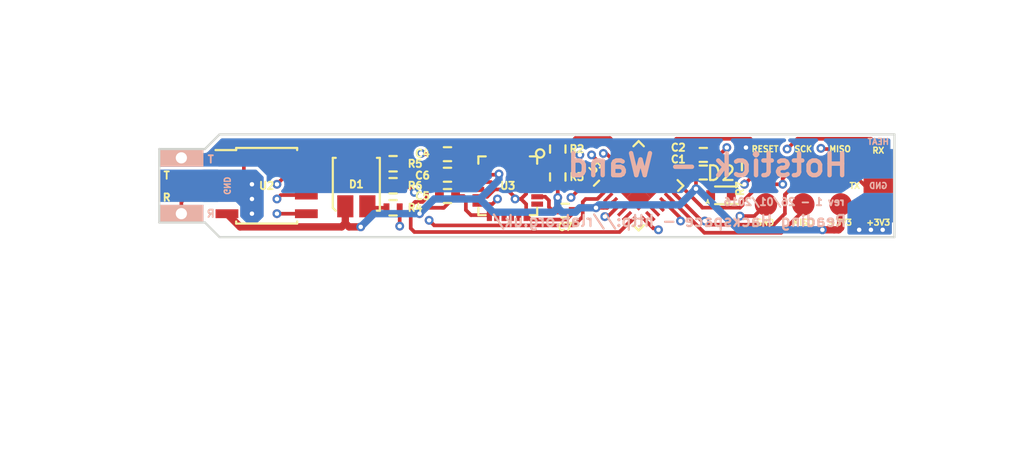
<source format=kicad_pcb>
(kicad_pcb (version 4) (host pcbnew "(2016-02-18 BZR 6566)-product")

  (general
    (links 57)
    (no_connects 0)
    (area 96.924999 108.424999 147.075001 115.575001)
    (thickness 1.6)
    (drawings 35)
    (tracks 393)
    (zones 0)
    (modules 20)
    (nets 25)
  )

  (page A4)
  (title_block
    (title "Hotstick Wand")
    (date 2016-01-20)
    (rev 1)
    (company "rLab/Reading Hackspace")
  )

  (layers
    (0 F.Signal.Cu signal)
    (1 In1.Ground.Cu power)
    (2 In2.Signal.Cu signal)
    (31 B.Power.Cu mixed)
    (32 B.Adhes user)
    (33 F.Adhes user)
    (34 B.Paste user)
    (35 F.Paste user)
    (36 B.SilkS user hide)
    (37 F.SilkS user hide)
    (38 B.Mask user)
    (39 F.Mask user)
    (40 Dwgs.User user)
    (41 Cmts.User user)
    (42 Eco1.User user)
    (43 Eco2.User user)
    (44 Edge.Cuts user)
    (45 Margin user)
    (46 B.CrtYd user)
    (47 F.CrtYd user)
    (48 B.Fab user)
    (49 F.Fab user)
  )

  (setup
    (last_trace_width 0.25)
    (trace_clearance 0.15)
    (zone_clearance 0.1)
    (zone_45_only no)
    (trace_min 0.2)
    (segment_width 0.2)
    (edge_width 0.15)
    (via_size 0.6)
    (via_drill 0.3)
    (via_min_size 0.4)
    (via_min_drill 0.3)
    (uvia_size 0.3)
    (uvia_drill 0.1)
    (uvias_allowed no)
    (uvia_min_size 0.2)
    (uvia_min_drill 0.1)
    (pcb_text_width 0.3)
    (pcb_text_size 1.5 1.5)
    (mod_edge_width 0.15)
    (mod_text_size 1 1)
    (mod_text_width 0.15)
    (pad_size 1.524 1.524)
    (pad_drill 0.762)
    (pad_to_mask_clearance 0.2)
    (aux_axis_origin 0 0)
    (visible_elements 7FFEFFFF)
    (pcbplotparams
      (layerselection 0x010f8_80000007)
      (usegerberextensions false)
      (excludeedgelayer true)
      (linewidth 0.100000)
      (plotframeref true)
      (viasonmask false)
      (mode 1)
      (useauxorigin false)
      (hpglpennumber 1)
      (hpglpenspeed 20)
      (hpglpendiameter 15)
      (psnegative false)
      (psa4output false)
      (plotreference true)
      (plotvalue true)
      (plotinvisibletext false)
      (padsonsilk false)
      (subtractmaskfromsilk false)
      (outputformat 1)
      (mirror false)
      (drillshape 0)
      (scaleselection 1)
      (outputdirectory Production/))
  )

  (net 0 "")
  (net 1 +3V3)
  (net 2 GND)
  (net 3 "Net-(C2-Pad1)")
  (net 4 "Net-(C6-Pad2)")
  (net 5 "Net-(C7-Pad2)")
  (net 6 "Net-(D1-Pad2)")
  (net 7 "Net-(D1-Pad3)")
  (net 8 "Net-(D1-Pad4)")
  (net 9 /MISO)
  (net 10 /SCK)
  (net 11 /MOSI)
  (net 12 /RESET)
  (net 13 /HEAT)
  (net 14 /SENS)
  (net 15 /RX)
  (net 16 /TX)
  (net 17 /SDA)
  (net 18 /SCL)
  (net 19 /LED_R)
  (net 20 /LED_G)
  (net 21 /LED_B)
  (net 22 /TIP_TEMP_SELECT)
  (net 23 /MPU_INT)
  (net 24 /HEAT_DETECT)

  (net_class Default "This is the default net class."
    (clearance 0.15)
    (trace_width 0.25)
    (via_dia 0.6)
    (via_drill 0.3)
    (uvia_dia 0.3)
    (uvia_drill 0.1)
    (add_net +3V3)
    (add_net /HEAT)
    (add_net /HEAT_DETECT)
    (add_net /LED_B)
    (add_net /LED_G)
    (add_net /LED_R)
    (add_net /MISO)
    (add_net /MOSI)
    (add_net /MPU_INT)
    (add_net /RESET)
    (add_net /RX)
    (add_net /SCK)
    (add_net /SCL)
    (add_net /SDA)
    (add_net /SENS)
    (add_net /TIP_TEMP_SELECT)
    (add_net /TX)
    (add_net GND)
    (add_net "Net-(C2-Pad1)")
    (add_net "Net-(C6-Pad2)")
    (add_net "Net-(C7-Pad2)")
    (add_net "Net-(D1-Pad2)")
    (add_net "Net-(D1-Pad3)")
    (add_net "Net-(D1-Pad4)")
  )

  (net_class Power ""
    (clearance 0.15)
    (trace_width 0.5)
    (via_dia 0.6)
    (via_drill 0.3)
    (uvia_dia 0.3)
    (uvia_drill 0.1)
  )

  (module Wand:Base_Connector (layer F.Signal.Cu) (tedit 56A7EF90) (tstamp 569F6A6E)
    (at 145.9 112)
    (path /56417299)
    (fp_text reference P3 (at 0 2.6) (layer F.Fab)
      (effects (font (size 0.5 0.5) (thickness 0.125)))
    )
    (fp_text value BASE (at 4.6 -11.8) (layer F.Fab)
      (effects (font (size 1 1) (thickness 0.15)))
    )
    (pad 2 smd rect (at 0 -1.5) (size 2 2) (layers B.Power.Cu B.Paste B.Mask)
      (net 13 /HEAT))
    (pad 5 smd rect (at 0 1.5) (size 2 2) (layers B.Power.Cu B.Paste B.Mask)
      (net 2 GND))
    (pad 1 smd rect (at 0 1.5) (size 2 1) (layers F.Signal.Cu F.Paste F.Mask)
      (net 1 +3V3))
    (pad 3 smd rect (at 0 -1.5) (size 2 1) (layers F.Signal.Cu F.Paste F.Mask)
      (net 15 /RX))
    (pad 4 smd rect (at 0 0) (size 2 1) (layers F.Signal.Cu F.Paste F.Mask)
      (net 16 /TX))
  )

  (module Wand:MPU-6050 (layer F.Signal.Cu) (tedit 56A3FBCE) (tstamp 569F6AF4)
    (at 120.7 112 270)
    (path /56411594)
    (fp_text reference U3 (at 0 0 360) (layer F.SilkS)
      (effects (font (size 0.5 0.5) (thickness 0.125)))
    )
    (fp_text value MPU-6050 (at 2.8194 -3.8608 270) (layer F.Fab)
      (effects (font (size 1 1) (thickness 0.15)))
    )
    (fp_circle (center -2.2 -2.2) (end -2 -2) (layer F.SilkS) (width 0.15))
    (fp_line (start 2 -1.5) (end 2 -2) (layer F.SilkS) (width 0.15))
    (fp_line (start 2 -2) (end 1.5 -2) (layer F.SilkS) (width 0.15))
    (fp_line (start 1.5 2) (end 2 2) (layer F.SilkS) (width 0.15))
    (fp_line (start 2 2) (end 2 1.5) (layer F.SilkS) (width 0.15))
    (fp_line (start -2 1.5) (end -2 2) (layer F.SilkS) (width 0.15))
    (fp_line (start -2 2) (end -1.6 2) (layer F.SilkS) (width 0.15))
    (fp_line (start -1.6 2) (end -1.5 2) (layer F.SilkS) (width 0.15))
    (fp_line (start -2 -2) (end -2 -1.5) (layer F.SilkS) (width 0.15))
    (fp_line (start -2 -2) (end -1.5 -2) (layer F.SilkS) (width 0.15))
    (pad 1 smd rect (at -2 -1.25 270) (size 0.8 0.35) (layers F.Signal.Cu F.Paste F.Mask)
      (net 2 GND))
    (pad 2 smd rect (at -2 -0.75 270) (size 0.8 0.35) (layers F.Signal.Cu F.Paste F.Mask))
    (pad 3 smd rect (at -2 -0.25 270) (size 0.8 0.35) (layers F.Signal.Cu F.Paste F.Mask))
    (pad 4 smd rect (at -2 0.25 270) (size 0.8 0.35) (layers F.Signal.Cu F.Paste F.Mask))
    (pad 5 smd rect (at -2 0.75 270) (size 0.8 0.35) (layers F.Signal.Cu F.Paste F.Mask))
    (pad 6 smd rect (at -2 1.25 270) (size 0.8 0.35) (layers F.Signal.Cu F.Paste F.Mask))
    (pad 7 smd rect (at -1.25 2 270) (size 0.35 0.8) (layers F.Signal.Cu F.Paste F.Mask))
    (pad 8 smd rect (at -0.75 2 270) (size 0.35 0.8) (layers F.Signal.Cu F.Paste F.Mask)
      (net 1 +3V3))
    (pad 9 smd rect (at -0.25 2 270) (size 0.35 0.8) (layers F.Signal.Cu F.Paste F.Mask)
      (net 2 GND))
    (pad 10 smd rect (at 0.25 2 270) (size 0.35 0.8) (layers F.Signal.Cu F.Paste F.Mask)
      (net 4 "Net-(C6-Pad2)"))
    (pad 11 smd rect (at 0.75 2 270) (size 0.35 0.8) (layers F.Signal.Cu F.Paste F.Mask)
      (net 2 GND))
    (pad 12 smd rect (at 1.25 2 270) (size 0.35 0.8) (layers F.Signal.Cu F.Paste F.Mask)
      (net 23 /MPU_INT))
    (pad 13 smd rect (at 2 1.25 270) (size 0.8 0.35) (layers F.Signal.Cu F.Paste F.Mask)
      (net 1 +3V3))
    (pad 14 smd rect (at 2 0.75 270) (size 0.8 0.35) (layers F.Signal.Cu F.Paste F.Mask))
    (pad 15 smd rect (at 2 0.25 270) (size 0.8 0.35) (layers F.Signal.Cu F.Paste F.Mask))
    (pad 16 smd rect (at 2 -0.25 270) (size 0.8 0.35) (layers F.Signal.Cu F.Paste F.Mask))
    (pad 17 smd rect (at 2 -0.75 270) (size 0.8 0.35) (layers F.Signal.Cu F.Paste F.Mask))
    (pad 18 smd rect (at 2 -1.25 270) (size 0.8 0.35) (layers F.Signal.Cu F.Paste F.Mask)
      (net 2 GND))
    (pad 19 smd rect (at 1.25 -2 270) (size 0.35 0.8) (layers F.Signal.Cu F.Paste F.Mask))
    (pad 20 smd rect (at 0.75 -2 270) (size 0.35 0.8) (layers F.Signal.Cu F.Paste F.Mask)
      (net 5 "Net-(C7-Pad2)"))
    (pad 21 smd rect (at 0.25 -2 270) (size 0.35 0.8) (layers F.Signal.Cu F.Paste F.Mask))
    (pad 22 smd rect (at -0.25 -2 270) (size 0.35 0.8) (layers F.Signal.Cu F.Paste F.Mask))
    (pad 23 smd rect (at -0.75 -2 270) (size 0.35 0.8) (layers F.Signal.Cu F.Paste F.Mask)
      (net 18 /SCL))
    (pad 24 smd rect (at -1.25 -2 270) (size 0.35 0.8) (layers F.Signal.Cu F.Paste F.Mask)
      (net 17 /SDA))
  )

  (module Housings_SOIC:SOIC-8_3.9x4.9mm_Pitch1.27mm (layer F.Signal.Cu) (tedit 56A3FB5A) (tstamp 569F6ACE)
    (at 104.3 112)
    (descr "8-Lead Plastic Small Outline (SN) - Narrow, 3.90 mm Body [SOIC] (see Microchip Packaging Specification 00000049BS.pdf)")
    (tags "SOIC 1.27")
    (path /5695B735)
    (attr smd)
    (fp_text reference U2 (at 0 0) (layer F.SilkS)
      (effects (font (size 0.5 0.5) (thickness 0.125)))
    )
    (fp_text value MAX31855KASA+ (at 0 3.5) (layer F.Fab)
      (effects (font (size 1 1) (thickness 0.15)))
    )
    (fp_line (start -3.75 -2.75) (end -3.75 2.75) (layer F.CrtYd) (width 0.05))
    (fp_line (start 3.75 -2.75) (end 3.75 2.75) (layer F.CrtYd) (width 0.05))
    (fp_line (start -3.75 -2.75) (end 3.75 -2.75) (layer F.CrtYd) (width 0.05))
    (fp_line (start -3.75 2.75) (end 3.75 2.75) (layer F.CrtYd) (width 0.05))
    (fp_line (start -2.075 -2.575) (end -2.075 -2.43) (layer F.SilkS) (width 0.15))
    (fp_line (start 2.075 -2.575) (end 2.075 -2.43) (layer F.SilkS) (width 0.15))
    (fp_line (start 2.075 2.575) (end 2.075 2.43) (layer F.SilkS) (width 0.15))
    (fp_line (start -2.075 2.575) (end -2.075 2.43) (layer F.SilkS) (width 0.15))
    (fp_line (start -2.075 -2.575) (end 2.075 -2.575) (layer F.SilkS) (width 0.15))
    (fp_line (start -2.075 2.575) (end 2.075 2.575) (layer F.SilkS) (width 0.15))
    (fp_line (start -2.075 -2.43) (end -3.475 -2.43) (layer F.SilkS) (width 0.15))
    (pad 1 smd rect (at -2.7 -1.905) (size 1.55 0.6) (layers F.Signal.Cu F.Paste F.Mask)
      (net 2 GND))
    (pad 2 smd rect (at -2.7 -0.635) (size 1.55 0.6) (layers F.Signal.Cu F.Paste F.Mask)
      (net 2 GND))
    (pad 3 smd rect (at -2.7 0.635) (size 1.55 0.6) (layers F.Signal.Cu F.Paste F.Mask)
      (net 14 /SENS))
    (pad 4 smd rect (at -2.7 1.905) (size 1.55 0.6) (layers F.Signal.Cu F.Paste F.Mask)
      (net 1 +3V3))
    (pad 5 smd rect (at 2.7 1.905) (size 1.55 0.6) (layers F.Signal.Cu F.Paste F.Mask)
      (net 10 /SCK))
    (pad 6 smd rect (at 2.7 0.635) (size 1.55 0.6) (layers F.Signal.Cu F.Paste F.Mask)
      (net 22 /TIP_TEMP_SELECT))
    (pad 7 smd rect (at 2.7 -0.635) (size 1.55 0.6) (layers F.Signal.Cu F.Paste F.Mask)
      (net 9 /MISO))
    (pad 8 smd rect (at 2.7 -1.905) (size 1.55 0.6) (layers F.Signal.Cu F.Paste F.Mask))
    (model Housings_SOIC.3dshapes/SOIC-8_3.9x4.9mm_Pitch1.27mm.wrl
      (at (xyz 0 0 0))
      (scale (xyz 1 1 1))
      (rotate (xyz 0 0 0))
    )
  )

  (module Wand:QFN-28-1EP_4x4mm_Pitch0.45mm (layer F.Signal.Cu) (tedit 56AB54E5) (tstamp 569F6AC2)
    (at 129.6 112 45)
    (descr "28-Lead Plastic Quad Flat, No Lead Package (MK) - 4x4x0.9 mm Body [QFN]; (see Microchip Packaging Specification 00000049BS.pdf)")
    (tags "QFN 0.4")
    (path /563E7654)
    (attr smd)
    (fp_text reference U1 (at -1.131371 -2.969848 45) (layer F.SilkS)
      (effects (font (size 0.5 0.5) (thickness 0.125)))
    )
    (fp_text value ATMEGA328-MMH (at 4.617407 -4.70226 225) (layer F.Fab)
      (effects (font (size 1 1) (thickness 0.15)))
    )
    (fp_line (start -1.65 2.15) (end -2.15 2.15) (layer F.SilkS) (width 0.15))
    (fp_line (start -2.15 2.15) (end -2.15 1.65) (layer F.SilkS) (width 0.15))
    (fp_line (start -2.15 2.15) (end -1.65 2.15) (layer F.SilkS) (width 0.15))
    (fp_line (start 2.15 1.6) (end 2.15 2.15) (layer F.SilkS) (width 0.15))
    (fp_line (start 2.15 2.15) (end 1.65 2.15) (layer F.SilkS) (width 0.15))
    (fp_line (start 1.65 -2.15) (end 2.15 -2.15) (layer F.SilkS) (width 0.15))
    (fp_line (start 2.15 -2.15) (end 2.15 -1.65) (layer F.SilkS) (width 0.15))
    (fp_line (start -2.15 -2.15) (end -1.65 -2.15) (layer F.SilkS) (width 0.15))
    (fp_line (start -2.6 -2.6) (end -2.6 2.6) (layer F.CrtYd) (width 0.05))
    (fp_line (start 2.6 -2.6) (end 2.6 2.6) (layer F.CrtYd) (width 0.05))
    (fp_line (start -2.6 -2.6) (end 2.6 -2.6) (layer F.CrtYd) (width 0.05))
    (fp_line (start -2.6 2.6) (end 2.6 2.6) (layer F.CrtYd) (width 0.05))
    (pad 1 smd rect (at -2.025 -1.35 45) (size 0.8 0.22) (layers F.Signal.Cu F.Paste F.Mask)
      (net 19 /LED_R))
    (pad 2 smd rect (at -2.025 -0.9 45) (size 0.8 0.22) (layers F.Signal.Cu F.Paste F.Mask))
    (pad 3 smd rect (at -2.025 -0.45 45) (size 0.8 0.22) (layers F.Signal.Cu F.Paste F.Mask)
      (net 1 +3V3))
    (pad 4 smd rect (at -2.025 0 45) (size 0.8 0.22) (layers F.Signal.Cu F.Paste F.Mask)
      (net 2 GND))
    (pad 5 smd rect (at -2.025 0.45 45) (size 0.8 0.22) (layers F.Signal.Cu F.Paste F.Mask))
    (pad 6 smd rect (at -2.025 0.9 45) (size 0.8 0.22) (layers F.Signal.Cu F.Paste F.Mask))
    (pad 7 smd rect (at -2.025 1.35 45) (size 0.8 0.22) (layers F.Signal.Cu F.Paste F.Mask)
      (net 20 /LED_G))
    (pad 8 smd rect (at -1.35 2.025 135) (size 0.8 0.22) (layers F.Signal.Cu F.Paste F.Mask)
      (net 21 /LED_B))
    (pad 9 smd rect (at -0.9 2.025 135) (size 0.8 0.22) (layers F.Signal.Cu F.Paste F.Mask))
    (pad 10 smd rect (at -0.45 2.025 135) (size 0.8 0.22) (layers F.Signal.Cu F.Paste F.Mask))
    (pad 11 smd rect (at 0 2.025 135) (size 0.8 0.22) (layers F.Signal.Cu F.Paste F.Mask))
    (pad 12 smd rect (at 0.45 2.025 135) (size 0.8 0.22) (layers F.Signal.Cu F.Paste F.Mask)
      (net 22 /TIP_TEMP_SELECT))
    (pad 13 smd rect (at 0.9 2.025 135) (size 0.8 0.22) (layers F.Signal.Cu F.Paste F.Mask)
      (net 11 /MOSI))
    (pad 14 smd rect (at 1.35 2.025 135) (size 0.8 0.22) (layers F.Signal.Cu F.Paste F.Mask)
      (net 9 /MISO))
    (pad 15 smd rect (at 2.025 1.35 45) (size 0.8 0.22) (layers F.Signal.Cu F.Paste F.Mask)
      (net 10 /SCK))
    (pad 16 smd rect (at 2.025 0.9 45) (size 0.8 0.22) (layers F.Signal.Cu F.Paste F.Mask)
      (net 1 +3V3))
    (pad 17 smd rect (at 2.025 0.45 45) (size 0.8 0.22) (layers F.Signal.Cu F.Paste F.Mask)
      (net 3 "Net-(C2-Pad1)"))
    (pad 18 smd rect (at 2.025 0 45) (size 0.8 0.22) (layers F.Signal.Cu F.Paste F.Mask)
      (net 2 GND))
    (pad 19 smd rect (at 2.025 -0.45 45) (size 0.8 0.22) (layers F.Signal.Cu F.Paste F.Mask)
      (net 24 /HEAT_DETECT))
    (pad 20 smd rect (at 2.025 -0.9 45) (size 0.8 0.22) (layers F.Signal.Cu F.Paste F.Mask))
    (pad 21 smd rect (at 2.025 -1.35 45) (size 0.8 0.22) (layers F.Signal.Cu F.Paste F.Mask))
    (pad 22 smd rect (at 1.35 -2.025 135) (size 0.8 0.22) (layers F.Signal.Cu F.Paste F.Mask))
    (pad 23 smd rect (at 0.9 -2.025 135) (size 0.8 0.22) (layers F.Signal.Cu F.Paste F.Mask)
      (net 17 /SDA))
    (pad 24 smd rect (at 0.45 -2.025 135) (size 0.8 0.22) (layers F.Signal.Cu F.Paste F.Mask)
      (net 18 /SCL))
    (pad 25 smd rect (at 0 -2.025 135) (size 0.8 0.22) (layers F.Signal.Cu F.Paste F.Mask)
      (net 12 /RESET))
    (pad 26 smd rect (at -0.45 -2.025 135) (size 0.8 0.22) (layers F.Signal.Cu F.Paste F.Mask)
      (net 15 /RX))
    (pad 27 smd rect (at -0.9 -2.025 135) (size 0.8 0.22) (layers F.Signal.Cu F.Paste F.Mask)
      (net 16 /TX))
    (pad 28 smd rect (at -1.35 -2.025 135) (size 0.8 0.22) (layers F.Signal.Cu F.Paste F.Mask)
      (net 23 /MPU_INT))
    (pad 29 smd rect (at 0.6 0.6 45) (size 1.2 1.2) (layers F.Signal.Cu F.Paste F.Mask))
    (pad 29 smd rect (at 0.6 -0.6 45) (size 1.2 1.2) (layers F.Signal.Cu F.Paste F.Mask))
    (pad 29 smd rect (at -0.6 0.6 45) (size 1.2 1.2) (layers F.Signal.Cu F.Paste F.Mask))
    (pad 29 smd rect (at -0.6 -0.6 45) (size 1.2 1.2) (layers F.Signal.Cu F.Paste F.Mask))
    (model Housings_DFN_QFN.3dshapes/QFN-28-1EP_4x4mm_Pitch0.4mm.wrl
      (at (xyz 0 0 0))
      (scale (xyz 1 1 1))
      (rotate (xyz 0 0 0))
    )
  )

  (module Resistors_SMD:R_0402 (layer F.Signal.Cu) (tedit 56A3FAE7) (tstamp 569F6A92)
    (at 112.9 112 180)
    (descr "Resistor SMD 0402, reflow soldering, Vishay (see dcrcw.pdf)")
    (tags "resistor 0402")
    (path /563E78F7)
    (attr smd)
    (fp_text reference R6 (at -1.5 0 180) (layer F.SilkS)
      (effects (font (size 0.5 0.5) (thickness 0.125)))
    )
    (fp_text value 10R (at 0 1.8 180) (layer F.Fab)
      (effects (font (size 1 1) (thickness 0.15)))
    )
    (fp_line (start -0.95 -0.65) (end 0.95 -0.65) (layer F.CrtYd) (width 0.05))
    (fp_line (start -0.95 0.65) (end 0.95 0.65) (layer F.CrtYd) (width 0.05))
    (fp_line (start -0.95 -0.65) (end -0.95 0.65) (layer F.CrtYd) (width 0.05))
    (fp_line (start 0.95 -0.65) (end 0.95 0.65) (layer F.CrtYd) (width 0.05))
    (fp_line (start 0.25 -0.525) (end -0.25 -0.525) (layer F.SilkS) (width 0.15))
    (fp_line (start -0.25 0.525) (end 0.25 0.525) (layer F.SilkS) (width 0.15))
    (pad 1 smd rect (at -0.45 0 180) (size 0.4 0.6) (layers F.Signal.Cu F.Paste F.Mask)
      (net 21 /LED_B))
    (pad 2 smd rect (at 0.45 0 180) (size 0.4 0.6) (layers F.Signal.Cu F.Paste F.Mask)
      (net 6 "Net-(D1-Pad2)"))
    (model Resistors_SMD.3dshapes/R_0402.wrl
      (at (xyz 0 0 0))
      (scale (xyz 1 1 1))
      (rotate (xyz 0 0 0))
    )
  )

  (module Resistors_SMD:R_0402 (layer F.Signal.Cu) (tedit 56A3FA76) (tstamp 569F6A8C)
    (at 112.9 110.5 180)
    (descr "Resistor SMD 0402, reflow soldering, Vishay (see dcrcw.pdf)")
    (tags "resistor 0402")
    (path /563E795E)
    (attr smd)
    (fp_text reference R5 (at -1.5 0 180) (layer F.SilkS)
      (effects (font (size 0.5 0.5) (thickness 0.125)))
    )
    (fp_text value 10R (at 0 1.8 180) (layer F.Fab)
      (effects (font (size 1 1) (thickness 0.15)))
    )
    (fp_line (start -0.95 -0.65) (end 0.95 -0.65) (layer F.CrtYd) (width 0.05))
    (fp_line (start -0.95 0.65) (end 0.95 0.65) (layer F.CrtYd) (width 0.05))
    (fp_line (start -0.95 -0.65) (end -0.95 0.65) (layer F.CrtYd) (width 0.05))
    (fp_line (start 0.95 -0.65) (end 0.95 0.65) (layer F.CrtYd) (width 0.05))
    (fp_line (start 0.25 -0.525) (end -0.25 -0.525) (layer F.SilkS) (width 0.15))
    (fp_line (start -0.25 0.525) (end 0.25 0.525) (layer F.SilkS) (width 0.15))
    (pad 1 smd rect (at -0.45 0 180) (size 0.4 0.6) (layers F.Signal.Cu F.Paste F.Mask)
      (net 20 /LED_G))
    (pad 2 smd rect (at 0.45 0 180) (size 0.4 0.6) (layers F.Signal.Cu F.Paste F.Mask)
      (net 7 "Net-(D1-Pad3)"))
    (model Resistors_SMD.3dshapes/R_0402.wrl
      (at (xyz 0 0 0))
      (scale (xyz 1 1 1))
      (rotate (xyz 0 0 0))
    )
  )

  (module Resistors_SMD:R_0402 (layer F.Signal.Cu) (tedit 56A3FB03) (tstamp 569F6A86)
    (at 112.9 113.5 180)
    (descr "Resistor SMD 0402, reflow soldering, Vishay (see dcrcw.pdf)")
    (tags "resistor 0402")
    (path /563E79E9)
    (attr smd)
    (fp_text reference R4 (at -1.5 0 180) (layer F.SilkS)
      (effects (font (size 0.5 0.5) (thickness 0.125)))
    )
    (fp_text value 68R (at 0 1.8 180) (layer F.Fab)
      (effects (font (size 1 1) (thickness 0.15)))
    )
    (fp_line (start -0.95 -0.65) (end 0.95 -0.65) (layer F.CrtYd) (width 0.05))
    (fp_line (start -0.95 0.65) (end 0.95 0.65) (layer F.CrtYd) (width 0.05))
    (fp_line (start -0.95 -0.65) (end -0.95 0.65) (layer F.CrtYd) (width 0.05))
    (fp_line (start 0.95 -0.65) (end 0.95 0.65) (layer F.CrtYd) (width 0.05))
    (fp_line (start 0.25 -0.525) (end -0.25 -0.525) (layer F.SilkS) (width 0.15))
    (fp_line (start -0.25 0.525) (end 0.25 0.525) (layer F.SilkS) (width 0.15))
    (pad 1 smd rect (at -0.45 0 180) (size 0.4 0.6) (layers F.Signal.Cu F.Paste F.Mask)
      (net 19 /LED_R))
    (pad 2 smd rect (at 0.45 0 180) (size 0.4 0.6) (layers F.Signal.Cu F.Paste F.Mask)
      (net 8 "Net-(D1-Pad4)"))
    (model Resistors_SMD.3dshapes/R_0402.wrl
      (at (xyz 0 0 0))
      (scale (xyz 1 1 1))
      (rotate (xyz 0 0 0))
    )
  )

  (module Resistors_SMD:R_0402 (layer F.Signal.Cu) (tedit 56A3F925) (tstamp 569F6A80)
    (at 124.1 111.4 90)
    (descr "Resistor SMD 0402, reflow soldering, Vishay (see dcrcw.pdf)")
    (tags "resistor 0402")
    (path /56481FFA)
    (attr smd)
    (fp_text reference R3 (at 0 1.3 180) (layer F.SilkS)
      (effects (font (size 0.5 0.5) (thickness 0.125)))
    )
    (fp_text value 10k (at 0 1.8 90) (layer F.Fab)
      (effects (font (size 1 1) (thickness 0.15)))
    )
    (fp_line (start -0.95 -0.65) (end 0.95 -0.65) (layer F.CrtYd) (width 0.05))
    (fp_line (start -0.95 0.65) (end 0.95 0.65) (layer F.CrtYd) (width 0.05))
    (fp_line (start -0.95 -0.65) (end -0.95 0.65) (layer F.CrtYd) (width 0.05))
    (fp_line (start 0.95 -0.65) (end 0.95 0.65) (layer F.CrtYd) (width 0.05))
    (fp_line (start 0.25 -0.525) (end -0.25 -0.525) (layer F.SilkS) (width 0.15))
    (fp_line (start -0.25 0.525) (end 0.25 0.525) (layer F.SilkS) (width 0.15))
    (pad 1 smd rect (at -0.45 0 90) (size 0.4 0.6) (layers F.Signal.Cu F.Paste F.Mask)
      (net 1 +3V3))
    (pad 2 smd rect (at 0.45 0 90) (size 0.4 0.6) (layers F.Signal.Cu F.Paste F.Mask)
      (net 18 /SCL))
    (model Resistors_SMD.3dshapes/R_0402.wrl
      (at (xyz 0 0 0))
      (scale (xyz 1 1 1))
      (rotate (xyz 0 0 0))
    )
  )

  (module Resistors_SMD:R_0402 (layer F.Signal.Cu) (tedit 56A3F906) (tstamp 569F6A7A)
    (at 124.1 109.5 270)
    (descr "Resistor SMD 0402, reflow soldering, Vishay (see dcrcw.pdf)")
    (tags "resistor 0402")
    (path /56481F9A)
    (attr smd)
    (fp_text reference R2 (at 0 -1.3 360) (layer F.SilkS)
      (effects (font (size 0.5 0.5) (thickness 0.125)))
    )
    (fp_text value 10k (at 0 1.8 270) (layer F.Fab)
      (effects (font (size 1 1) (thickness 0.15)))
    )
    (fp_line (start -0.95 -0.65) (end 0.95 -0.65) (layer F.CrtYd) (width 0.05))
    (fp_line (start -0.95 0.65) (end 0.95 0.65) (layer F.CrtYd) (width 0.05))
    (fp_line (start -0.95 -0.65) (end -0.95 0.65) (layer F.CrtYd) (width 0.05))
    (fp_line (start 0.95 -0.65) (end 0.95 0.65) (layer F.CrtYd) (width 0.05))
    (fp_line (start 0.25 -0.525) (end -0.25 -0.525) (layer F.SilkS) (width 0.15))
    (fp_line (start -0.25 0.525) (end 0.25 0.525) (layer F.SilkS) (width 0.15))
    (pad 1 smd rect (at -0.45 0 270) (size 0.4 0.6) (layers F.Signal.Cu F.Paste F.Mask)
      (net 1 +3V3))
    (pad 2 smd rect (at 0.45 0 270) (size 0.4 0.6) (layers F.Signal.Cu F.Paste F.Mask)
      (net 17 /SDA))
    (model Resistors_SMD.3dshapes/R_0402.wrl
      (at (xyz 0 0 0))
      (scale (xyz 1 1 1))
      (rotate (xyz 0 0 0))
    )
  )

  (module Wand:Jack_3.5mm_KLB (layer B.Power.Cu) (tedit 56A7EFBC) (tstamp 569F6A65)
    (at 98.5 112)
    (path /56411635)
    (fp_text reference P2 (at 0 0) (layer F.Fab)
      (effects (font (size 0.5 0.5) (thickness 0.125)))
    )
    (fp_text value KLB4 (at 0 3.9) (layer B.Fab)
      (effects (font (size 1 1) (thickness 0.15)) (justify mirror))
    )
    (pad T thru_hole rect (at 0 -1.9) (size 3 1.2) (drill 0.762) (layers *.Cu *.Mask B.SilkS)
      (net 13 /HEAT))
    (pad R thru_hole rect (at 0 1.9) (size 3 1.2) (drill 0.762) (layers *.Cu *.Mask B.SilkS)
      (net 14 /SENS))
    (pad S smd rect (at 0.5 0) (size 4 2.2) (layers B.Power.Cu B.Paste B.Mask)
      (net 2 GND))
  )

  (module Capacitors_SMD:C_0402 (layer F.Signal.Cu) (tedit 56A3F8E4) (tstamp 569F6A42)
    (at 124.6 113.7 180)
    (descr "Capacitor SMD 0402, reflow soldering, AVX (see smccp.pdf)")
    (tags "capacitor 0402")
    (path /5647F0EB)
    (attr smd)
    (fp_text reference C7 (at 0 -1.1 180) (layer F.SilkS)
      (effects (font (size 0.5 0.5) (thickness 0.125)))
    )
    (fp_text value 2.2n (at 0 1.7 180) (layer F.Fab)
      (effects (font (size 1 1) (thickness 0.15)))
    )
    (fp_line (start -1.15 -0.6) (end 1.15 -0.6) (layer F.CrtYd) (width 0.05))
    (fp_line (start -1.15 0.6) (end 1.15 0.6) (layer F.CrtYd) (width 0.05))
    (fp_line (start -1.15 -0.6) (end -1.15 0.6) (layer F.CrtYd) (width 0.05))
    (fp_line (start 1.15 -0.6) (end 1.15 0.6) (layer F.CrtYd) (width 0.05))
    (fp_line (start 0.25 -0.475) (end -0.25 -0.475) (layer F.SilkS) (width 0.15))
    (fp_line (start -0.25 0.475) (end 0.25 0.475) (layer F.SilkS) (width 0.15))
    (pad 1 smd rect (at -0.55 0 180) (size 0.6 0.5) (layers F.Signal.Cu F.Paste F.Mask)
      (net 2 GND))
    (pad 2 smd rect (at 0.55 0 180) (size 0.6 0.5) (layers F.Signal.Cu F.Paste F.Mask)
      (net 5 "Net-(C7-Pad2)"))
    (model Capacitors_SMD.3dshapes/C_0402.wrl
      (at (xyz 0 0 0))
      (scale (xyz 1 1 1))
      (rotate (xyz 0 0 0))
    )
  )

  (module Capacitors_SMD:C_0402 (layer F.Signal.Cu) (tedit 56A3FA49) (tstamp 569F6A3C)
    (at 116.6 111.25)
    (descr "Capacitor SMD 0402, reflow soldering, AVX (see smccp.pdf)")
    (tags "capacitor 0402")
    (path /5647F6E8)
    (attr smd)
    (fp_text reference C6 (at -1.7 0.05) (layer F.SilkS)
      (effects (font (size 0.5 0.5) (thickness 0.125)))
    )
    (fp_text value 100n (at 0 1.7) (layer F.Fab)
      (effects (font (size 1 1) (thickness 0.15)))
    )
    (fp_line (start -1.15 -0.6) (end 1.15 -0.6) (layer F.CrtYd) (width 0.05))
    (fp_line (start -1.15 0.6) (end 1.15 0.6) (layer F.CrtYd) (width 0.05))
    (fp_line (start -1.15 -0.6) (end -1.15 0.6) (layer F.CrtYd) (width 0.05))
    (fp_line (start 1.15 -0.6) (end 1.15 0.6) (layer F.CrtYd) (width 0.05))
    (fp_line (start 0.25 -0.475) (end -0.25 -0.475) (layer F.SilkS) (width 0.15))
    (fp_line (start -0.25 0.475) (end 0.25 0.475) (layer F.SilkS) (width 0.15))
    (pad 1 smd rect (at -0.55 0) (size 0.6 0.5) (layers F.Signal.Cu F.Paste F.Mask)
      (net 2 GND))
    (pad 2 smd rect (at 0.55 0) (size 0.6 0.5) (layers F.Signal.Cu F.Paste F.Mask)
      (net 4 "Net-(C6-Pad2)"))
    (model Capacitors_SMD.3dshapes/C_0402.wrl
      (at (xyz 0 0 0))
      (scale (xyz 1 1 1))
      (rotate (xyz 0 0 0))
    )
  )

  (module Capacitors_SMD:C_0402 (layer F.Signal.Cu) (tedit 56A3FA2C) (tstamp 569F6A36)
    (at 116.6 112.7)
    (descr "Capacitor SMD 0402, reflow soldering, AVX (see smccp.pdf)")
    (tags "capacitor 0402")
    (path /5647FB65)
    (attr smd)
    (fp_text reference C5 (at -1.7 0) (layer F.SilkS)
      (effects (font (size 0.5 0.5) (thickness 0.125)))
    )
    (fp_text value 10n (at 0 1.7) (layer F.Fab)
      (effects (font (size 1 1) (thickness 0.15)))
    )
    (fp_line (start -1.15 -0.6) (end 1.15 -0.6) (layer F.CrtYd) (width 0.05))
    (fp_line (start -1.15 0.6) (end 1.15 0.6) (layer F.CrtYd) (width 0.05))
    (fp_line (start -1.15 -0.6) (end -1.15 0.6) (layer F.CrtYd) (width 0.05))
    (fp_line (start 1.15 -0.6) (end 1.15 0.6) (layer F.CrtYd) (width 0.05))
    (fp_line (start 0.25 -0.475) (end -0.25 -0.475) (layer F.SilkS) (width 0.15))
    (fp_line (start -0.25 0.475) (end 0.25 0.475) (layer F.SilkS) (width 0.15))
    (pad 1 smd rect (at -0.55 0) (size 0.6 0.5) (layers F.Signal.Cu F.Paste F.Mask)
      (net 2 GND))
    (pad 2 smd rect (at 0.55 0) (size 0.6 0.5) (layers F.Signal.Cu F.Paste F.Mask)
      (net 1 +3V3))
    (model Capacitors_SMD.3dshapes/C_0402.wrl
      (at (xyz 0 0 0))
      (scale (xyz 1 1 1))
      (rotate (xyz 0 0 0))
    )
  )

  (module Capacitors_SMD:C_0402 (layer F.Signal.Cu) (tedit 56A3FA5B) (tstamp 569F6A30)
    (at 116.6 109.85)
    (descr "Capacitor SMD 0402, reflow soldering, AVX (see smccp.pdf)")
    (tags "capacitor 0402")
    (path /5647FEFB)
    (attr smd)
    (fp_text reference C4 (at -1.7 -0.05) (layer F.SilkS)
      (effects (font (size 0.5 0.5) (thickness 0.125)))
    )
    (fp_text value 100n (at 0 1.7) (layer F.Fab)
      (effects (font (size 1 1) (thickness 0.15)))
    )
    (fp_line (start -1.15 -0.6) (end 1.15 -0.6) (layer F.CrtYd) (width 0.05))
    (fp_line (start -1.15 0.6) (end 1.15 0.6) (layer F.CrtYd) (width 0.05))
    (fp_line (start -1.15 -0.6) (end -1.15 0.6) (layer F.CrtYd) (width 0.05))
    (fp_line (start 1.15 -0.6) (end 1.15 0.6) (layer F.CrtYd) (width 0.05))
    (fp_line (start 0.25 -0.475) (end -0.25 -0.475) (layer F.SilkS) (width 0.15))
    (fp_line (start -0.25 0.475) (end 0.25 0.475) (layer F.SilkS) (width 0.15))
    (pad 1 smd rect (at -0.55 0) (size 0.6 0.5) (layers F.Signal.Cu F.Paste F.Mask)
      (net 2 GND))
    (pad 2 smd rect (at 0.55 0) (size 0.6 0.5) (layers F.Signal.Cu F.Paste F.Mask)
      (net 1 +3V3))
    (model Capacitors_SMD.3dshapes/C_0402.wrl
      (at (xyz 0 0 0))
      (scale (xyz 1 1 1))
      (rotate (xyz 0 0 0))
    )
  )

  (module Capacitors_SMD:C_0402 (layer F.Signal.Cu) (tedit 56AB531F) (tstamp 569F6A24)
    (at 134 109.9)
    (descr "Capacitor SMD 0402, reflow soldering, AVX (see smccp.pdf)")
    (tags "capacitor 0402")
    (path /564C69DF)
    (attr smd)
    (fp_text reference C2 (at -1.7 -0.5) (layer F.SilkS)
      (effects (font (size 0.5 0.5) (thickness 0.125)))
    )
    (fp_text value 100n (at 0 1.7) (layer F.Fab)
      (effects (font (size 1 1) (thickness 0.15)))
    )
    (fp_line (start -1.15 -0.6) (end 1.15 -0.6) (layer F.CrtYd) (width 0.05))
    (fp_line (start -1.15 0.6) (end 1.15 0.6) (layer F.CrtYd) (width 0.05))
    (fp_line (start -1.15 -0.6) (end -1.15 0.6) (layer F.CrtYd) (width 0.05))
    (fp_line (start 1.15 -0.6) (end 1.15 0.6) (layer F.CrtYd) (width 0.05))
    (fp_line (start 0.25 -0.475) (end -0.25 -0.475) (layer F.SilkS) (width 0.15))
    (fp_line (start -0.25 0.475) (end 0.25 0.475) (layer F.SilkS) (width 0.15))
    (pad 1 smd rect (at -0.55 0) (size 0.6 0.5) (layers F.Signal.Cu F.Paste F.Mask)
      (net 3 "Net-(C2-Pad1)"))
    (pad 2 smd rect (at 0.55 0) (size 0.6 0.5) (layers F.Signal.Cu F.Paste F.Mask)
      (net 2 GND))
    (model Capacitors_SMD.3dshapes/C_0402.wrl
      (at (xyz 0 0 0))
      (scale (xyz 1 1 1))
      (rotate (xyz 0 0 0))
    )
  )

  (module Capacitors_SMD:C_0402 (layer F.Signal.Cu) (tedit 56AB531C) (tstamp 569F6A1E)
    (at 134 111.1)
    (descr "Capacitor SMD 0402, reflow soldering, AVX (see smccp.pdf)")
    (tags "capacitor 0402")
    (path /56959BA2)
    (attr smd)
    (fp_text reference C1 (at -1.7 -0.9) (layer F.SilkS)
      (effects (font (size 0.5 0.5) (thickness 0.125)))
    )
    (fp_text value 100n (at 0 1.7) (layer F.Fab)
      (effects (font (size 1 1) (thickness 0.15)))
    )
    (fp_line (start -1.15 -0.6) (end 1.15 -0.6) (layer F.CrtYd) (width 0.05))
    (fp_line (start -1.15 0.6) (end 1.15 0.6) (layer F.CrtYd) (width 0.05))
    (fp_line (start -1.15 -0.6) (end -1.15 0.6) (layer F.CrtYd) (width 0.05))
    (fp_line (start 1.15 -0.6) (end 1.15 0.6) (layer F.CrtYd) (width 0.05))
    (fp_line (start 0.25 -0.475) (end -0.25 -0.475) (layer F.SilkS) (width 0.15))
    (fp_line (start -0.25 0.475) (end 0.25 0.475) (layer F.SilkS) (width 0.15))
    (pad 1 smd rect (at -0.55 0) (size 0.6 0.5) (layers F.Signal.Cu F.Paste F.Mask)
      (net 1 +3V3))
    (pad 2 smd rect (at 0.55 0) (size 0.6 0.5) (layers F.Signal.Cu F.Paste F.Mask)
      (net 2 GND))
    (model Capacitors_SMD.3dshapes/C_0402.wrl
      (at (xyz 0 0 0))
      (scale (xyz 1 1 1))
      (rotate (xyz 0 0 0))
    )
  )

  (module Wand:Tri-Colour_LED (layer F.Signal.Cu) (tedit 56A3FB25) (tstamp 569F6A50)
    (at 110.4 111.9)
    (path /56483D93)
    (fp_text reference D1 (at 0 0) (layer F.SilkS)
      (effects (font (size 0.5 0.5) (thickness 0.125)))
    )
    (fp_text value ASMB-MTB0-0A3A2 (at 0 -3.2) (layer F.Fab)
      (effects (font (size 1 1) (thickness 0.15)))
    )
    (fp_line (start 1.4 -1.8) (end 1.6 -1.8) (layer F.SilkS) (width 0.15))
    (fp_line (start 1.6 -1.8) (end 1.6 1.8) (layer F.SilkS) (width 0.15))
    (fp_line (start 1.6 1.8) (end 1.4 1.8) (layer F.SilkS) (width 0.15))
    (fp_line (start -1.4 -1.8) (end -1.6 -1.8) (layer F.SilkS) (width 0.15))
    (fp_line (start -1.6 -1.8) (end -1.6 1.6) (layer F.SilkS) (width 0.15))
    (fp_line (start -1.6 1.6) (end -1.4 1.8) (layer F.SilkS) (width 0.15))
    (pad 1 smd rect (at -0.75 1.5) (size 1.1 1.5) (layers F.Signal.Cu F.Paste F.Mask)
      (net 1 +3V3))
    (pad 2 smd rect (at -0.75 -1.5) (size 1.1 1.5) (layers F.Signal.Cu F.Paste F.Mask)
      (net 6 "Net-(D1-Pad2)"))
    (pad 3 smd rect (at 0.75 -1.5) (size 1.1 1.5) (layers F.Signal.Cu F.Paste F.Mask)
      (net 7 "Net-(D1-Pad3)"))
    (pad 4 smd rect (at 0.75 1.5) (size 1.1 1.5) (layers F.Signal.Cu F.Paste F.Mask)
      (net 8 "Net-(D1-Pad4)"))
  )

  (module Wand:ISP_pads_2x3 (layer F.Signal.Cu) (tedit 56A7F289) (tstamp 569F6A5E)
    (at 140.8 112 270)
    (path /56417313)
    (fp_text reference P1 (at -3.1 0 360) (layer F.Fab)
      (effects (font (size 0.5 0.5) (thickness 0.125)))
    )
    (fp_text value ISP (at 0 1.2 360) (layer F.Fab)
      (effects (font (size 0.6 0.6) (thickness 0.15)))
    )
    (pad 1 connect rect (at -1.27 -2.54 270) (size 1.524 1.524) (layers F.Signal.Cu F.Mask)
      (net 9 /MISO))
    (pad 2 connect circle (at 1.27 -2.54 270) (size 1.524 1.524) (layers F.Signal.Cu F.Mask)
      (net 1 +3V3))
    (pad 3 connect circle (at -1.27 0 270) (size 1.524 1.524) (layers F.Signal.Cu F.Mask)
      (net 10 /SCK))
    (pad 4 connect circle (at 1.27 0 270) (size 1.524 1.524) (layers F.Signal.Cu F.Mask)
      (net 11 /MOSI))
    (pad 5 connect circle (at -1.27 2.54 270) (size 1.524 1.524) (layers F.Signal.Cu F.Mask)
      (net 12 /RESET))
    (pad 6 connect circle (at 1.27 2.54 270) (size 1.524 1.524) (layers F.Signal.Cu F.Mask)
      (net 2 GND))
  )

  (module Resistors_SMD:R_0402 (layer F.Signal.Cu) (tedit 56AB5339) (tstamp 56AA1B24)
    (at 136.1 110.7 270)
    (descr "Resistor SMD 0402, reflow soldering, Vishay (see dcrcw.pdf)")
    (tags "resistor 0402")
    (path /56AA259D)
    (attr smd)
    (fp_text reference R7 (at 1.5 -0.4 270) (layer F.SilkS)
      (effects (font (size 0.5 0.5) (thickness 0.125)))
    )
    (fp_text value 10K (at 0 1.8 270) (layer F.Fab)
      (effects (font (size 1 1) (thickness 0.15)))
    )
    (fp_line (start -0.95 -0.65) (end 0.95 -0.65) (layer F.CrtYd) (width 0.05))
    (fp_line (start -0.95 0.65) (end 0.95 0.65) (layer F.CrtYd) (width 0.05))
    (fp_line (start -0.95 -0.65) (end -0.95 0.65) (layer F.CrtYd) (width 0.05))
    (fp_line (start 0.95 -0.65) (end 0.95 0.65) (layer F.CrtYd) (width 0.05))
    (fp_line (start 0.25 -0.525) (end -0.25 -0.525) (layer F.SilkS) (width 0.15))
    (fp_line (start -0.25 0.525) (end 0.25 0.525) (layer F.SilkS) (width 0.15))
    (pad 1 smd rect (at -0.45 0 270) (size 0.4 0.6) (layers F.Signal.Cu F.Paste F.Mask)
      (net 13 /HEAT))
    (pad 2 smd rect (at 0.45 0 270) (size 0.4 0.6) (layers F.Signal.Cu F.Paste F.Mask)
      (net 24 /HEAT_DETECT))
    (model Resistors_SMD.3dshapes/R_0402.wrl
      (at (xyz 0 0 0))
      (scale (xyz 1 1 1))
      (rotate (xyz 0 0 0))
    )
  )

  (module Diodes_SMD:SOD-523 (layer F.Signal.Cu) (tedit 0) (tstamp 56F82F9A)
    (at 135.2 112.65)
    (descr "http://www.diodes.com/datasheets/ap02001.pdf p.144")
    (tags "Diode SOD523")
    (path /56AA25F0)
    (attr smd)
    (fp_text reference D2 (at 0 -1.5) (layer F.SilkS)
      (effects (font (size 1 1) (thickness 0.15)))
    )
    (fp_text value 3V3 (at 0 1.7) (layer F.Fab)
      (effects (font (size 1 1) (thickness 0.15)))
    )
    (fp_line (start -0.4 0.6) (end 1.15 0.6) (layer F.SilkS) (width 0.15))
    (fp_line (start -0.4 -0.6) (end 1.15 -0.6) (layer F.SilkS) (width 0.15))
    (pad 2 smd rect (at -0.7 0) (size 0.6 0.7) (layers F.Signal.Cu F.Paste F.Mask)
      (net 2 GND))
    (pad 1 smd rect (at 0.7 0) (size 0.6 0.7) (layers F.Signal.Cu F.Paste F.Mask)
      (net 24 /HEAT_DETECT))
  )

  (gr_text C (at 135.7 113.1) (layer F.SilkS)
    (effects (font (size 0.3 0.3) (thickness 0.075)))
  )
  (gr_text A (at 134.3 113.1) (layer F.SilkS)
    (effects (font (size 0.3 0.3) (thickness 0.075)))
  )
  (gr_text R (at 100.5 113.9) (layer B.SilkS)
    (effects (font (size 0.5 0.5) (thickness 0.125)) (justify mirror))
  )
  (gr_text T (at 100.5 110.2) (layer B.SilkS)
    (effects (font (size 0.5 0.5) (thickness 0.125)) (justify mirror))
  )
  (gr_text GND (at 101.6 112 270) (layer B.SilkS)
    (effects (font (size 0.4 0.4) (thickness 0.1)) (justify mirror))
  )
  (gr_text GND (at 145.9 112) (layer B.SilkS)
    (effects (font (size 0.4 0.4) (thickness 0.1)) (justify mirror))
  )
  (gr_text HEAT (at 145.9 109) (layer B.SilkS)
    (effects (font (size 0.4 0.4) (thickness 0.1)) (justify mirror))
  )
  (gr_text GND (at 138.2 114.5) (layer F.SilkS)
    (effects (font (size 0.4 0.4) (thickness 0.1)))
  )
  (gr_text +3V3 (at 143.3 114.5) (layer F.SilkS)
    (effects (font (size 0.4 0.4) (thickness 0.1)))
  )
  (gr_text MISO (at 140.8 114.5) (layer F.SilkS)
    (effects (font (size 0.4 0.4) (thickness 0.1)))
  )
  (gr_text MISO (at 143.3 109.5) (layer F.SilkS)
    (effects (font (size 0.4 0.4) (thickness 0.1)))
  )
  (gr_text SCK (at 140.8 109.5) (layer F.SilkS)
    (effects (font (size 0.4 0.4) (thickness 0.1)))
  )
  (gr_text RESET (at 138.2 109.5) (layer F.SilkS)
    (effects (font (size 0.4 0.4) (thickness 0.1)))
  )
  (gr_text TX (at 144.3 112) (layer F.SilkS)
    (effects (font (size 0.4 0.4) (thickness 0.1)))
  )
  (gr_text +3V3 (at 145.9 114.5) (layer F.SilkS)
    (effects (font (size 0.4 0.4) (thickness 0.1)))
  )
  (gr_text RX (at 145.9 109.6) (layer F.SilkS)
    (effects (font (size 0.4 0.4) (thickness 0.1)))
  )
  (gr_text R (at 97.5 112.8) (layer F.SilkS)
    (effects (font (size 0.5 0.5) (thickness 0.125)))
  )
  (gr_text T (at 97.5 111.3) (layer F.SilkS)
    (effects (font (size 0.5 0.5) (thickness 0.125)))
  )
  (gr_text "rev 1 - 26/01/2016" (at 139.5 113.1) (layer B.SilkS)
    (effects (font (size 0.5 0.5) (thickness 0.125)) (justify mirror))
  )
  (gr_text "Reading Hackspace - http://rlab.org.uk/" (at 131.7 114.4) (layer B.SilkS)
    (effects (font (size 0.75 0.75) (thickness 0.15)) (justify mirror))
  )
  (gr_text "Hotstick - Wand" (at 134.3 110.6) (layer B.SilkS)
    (effects (font (size 1.5 1.5) (thickness 0.3)) (justify mirror))
  )
  (dimension 1.1 (width 0.3) (layer Dwgs.User)
    (gr_text "1.100 mm" (at 107.7 123.3) (layer Dwgs.User)
      (effects (font (size 1.5 1.5) (thickness 0.3)))
    )
    (feature1 (pts (xy 100 115.5) (xy 100 124.9)))
    (feature2 (pts (xy 101.1 115.5) (xy 101.1 124.9)))
    (crossbar (pts (xy 101.1 122.2) (xy 100 122.2)))
    (arrow1a (pts (xy 100 122.2) (xy 101.126504 121.613579)))
    (arrow1b (pts (xy 100 122.2) (xy 101.126504 122.786421)))
    (arrow2a (pts (xy 101.1 122.2) (xy 99.973496 121.613579)))
    (arrow2b (pts (xy 101.1 122.2) (xy 99.973496 122.786421)))
  )
  (dimension 3 (width 0.3) (layer Dwgs.User)
    (gr_text "3.000 mm" (at 106.5 127.5) (layer Dwgs.User)
      (effects (font (size 1.5 1.5) (thickness 0.3)))
    )
    (feature1 (pts (xy 100 114.5) (xy 100 128.7)))
    (feature2 (pts (xy 97 114.5) (xy 97 128.7)))
    (crossbar (pts (xy 97 126) (xy 100 126)))
    (arrow1a (pts (xy 100 126) (xy 98.873496 126.586421)))
    (arrow1b (pts (xy 100 126) (xy 98.873496 125.413579)))
    (arrow2a (pts (xy 97 126) (xy 98.126504 126.586421)))
    (arrow2b (pts (xy 97 126) (xy 98.126504 125.413579)))
  )
  (dimension 50.000025 (width 0.3) (layer Dwgs.User)
    (gr_text "50.000 mm" (at 122.015477 131.002184 0.05729576041) (layer Dwgs.User)
      (effects (font (size 1.5 1.5) (thickness 0.3)))
    )
    (feature1 (pts (xy 97 115.55) (xy 97.016827 132.377184)))
    (feature2 (pts (xy 147 115.5) (xy 147.016827 132.327184)))
    (crossbar (pts (xy 147.014127 129.627185) (xy 97.014127 129.677185)))
    (arrow1a (pts (xy 97.014127 129.677185) (xy 98.140044 129.089638)))
    (arrow1b (pts (xy 97.014127 129.677185) (xy 98.141217 130.262479)))
    (arrow2a (pts (xy 147.014127 129.627185) (xy 145.887037 129.041891)))
    (arrow2b (pts (xy 147.014127 129.627185) (xy 145.88821 130.214732)))
  )
  (gr_line (start 100.1 109.5) (end 97 109.5) (angle 90) (layer Edge.Cuts) (width 0.15))
  (gr_line (start 101.1 108.5) (end 100.1 109.5) (angle 90) (layer Edge.Cuts) (width 0.15))
  (gr_line (start 147 108.5) (end 101.1 108.5) (angle 90) (layer Edge.Cuts) (width 0.15))
  (gr_line (start 147 115.5) (end 147 108.5) (angle 90) (layer Edge.Cuts) (width 0.15))
  (gr_line (start 101.1 115.5) (end 147 115.5) (angle 90) (layer Edge.Cuts) (width 0.15))
  (gr_line (start 100.1 114.5) (end 101.1 115.5) (angle 90) (layer Edge.Cuts) (width 0.15))
  (gr_line (start 97 114.5) (end 100.1 114.5) (angle 90) (layer Edge.Cuts) (width 0.15))
  (gr_line (start 97 109.5) (end 97 114.5) (angle 90) (layer Edge.Cuts) (width 0.15))
  (dimension 7 (width 0.3) (layer Dwgs.User)
    (gr_text "7.000 mm" (at 156.05 112.1 270) (layer Dwgs.User)
      (effects (font (size 1.5 1.5) (thickness 0.3)))
    )
    (feature1 (pts (xy 147 115.5) (xy 154.5 115.5)))
    (feature2 (pts (xy 147 108.5) (xy 154.5 108.5)))
    (crossbar (pts (xy 151.8 108.5) (xy 151.8 115.5)))
    (arrow1a (pts (xy 151.8 115.5) (xy 151.213579 114.373496)))
    (arrow1b (pts (xy 151.8 115.5) (xy 152.386421 114.373496)))
    (arrow2a (pts (xy 151.8 108.5) (xy 151.213579 109.626504)))
    (arrow2b (pts (xy 151.8 108.5) (xy 152.386421 109.626504)))
  )
  (dimension 45.9 (width 0.3) (layer Dwgs.User)
    (gr_text "45.900 mm" (at 123.5 124.15) (layer Dwgs.User)
      (effects (font (size 1.5 1.5) (thickness 0.3)))
    )
    (feature1 (pts (xy 101.1 115.5) (xy 101.1 122.2)))
    (feature2 (pts (xy 147 115.5) (xy 147 122.2)))
    (crossbar (pts (xy 147 119.5) (xy 101.1 119.5)))
    (arrow1a (pts (xy 101.1 119.5) (xy 102.226504 118.913579)))
    (arrow1b (pts (xy 101.1 119.5) (xy 102.226504 120.086421)))
    (arrow2a (pts (xy 147 119.5) (xy 145.873496 118.913579)))
    (arrow2b (pts (xy 147 119.5) (xy 145.873496 120.086421)))
  )
  (dimension 5 (width 0.3) (layer Dwgs.User)
    (gr_text "5.000 mm" (at 89.35 112.3 270) (layer Dwgs.User)
      (effects (font (size 1.5 1.5) (thickness 0.3)))
    )
    (feature1 (pts (xy 97 114.5) (xy 91.100001 114.5)))
    (feature2 (pts (xy 97 109.5) (xy 91.100001 109.5)))
    (crossbar (pts (xy 93.800001 109.5) (xy 93.800001 114.5)))
    (arrow1a (pts (xy 93.800001 114.5) (xy 93.21358 113.373496)))
    (arrow1b (pts (xy 93.800001 114.5) (xy 94.386422 113.373496)))
    (arrow2a (pts (xy 93.800001 109.5) (xy 93.21358 110.626504)))
    (arrow2b (pts (xy 93.800001 109.5) (xy 94.386422 110.626504)))
  )

  (segment (start 124.1 112.8) (end 124.1 113.5) (width 0.5) (layer B.Power.Cu) (net 1))
  (segment (start 124.1 113.5) (end 123.8 113.8) (width 0.5) (layer B.Power.Cu) (net 1) (tstamp 56AB48ED))
  (segment (start 119.7 113.8) (end 118.8 112.9) (width 0.5) (layer B.Power.Cu) (net 1) (tstamp 56AB48F7))
  (segment (start 123.8 113.8) (end 119.7 113.8) (width 0.5) (layer B.Power.Cu) (net 1) (tstamp 56AB48EF))
  (segment (start 136.4 115) (end 133.6 112.2) (width 0.5) (layer B.Power.Cu) (net 1))
  (segment (start 136.4 115) (end 142.1 115) (width 0.5) (layer B.Power.Cu) (net 1))
  (segment (start 143.2 115) (end 143.34 114.86) (width 0.5) (layer F.Signal.Cu) (net 1) (tstamp 56A01214))
  (segment (start 143.34 113.27) (end 143.34 114.86) (width 0.5) (layer F.Signal.Cu) (net 1) (tstamp 56A01217) (status 20))
  (segment (start 142.9 115) (end 143.2 115) (width 0.5) (layer F.Signal.Cu) (net 1))
  (via (at 142.1 115) (size 0.6) (drill 0.3) (layers F.Signal.Cu B.Power.Cu) (net 1))
  (segment (start 142.9 115) (end 142.1 115) (width 0.5) (layer F.Signal.Cu) (net 1))
  (segment (start 133.6 112.2) (end 133.5 112.2) (width 0.5) (layer B.Power.Cu) (net 1) (tstamp 56AB4358))
  (segment (start 126.7 113.5) (end 126.9 113.3) (width 0.5) (layer B.Power.Cu) (net 1))
  (segment (start 126.9 113.3) (end 132.4 113.3) (width 0.5) (layer B.Power.Cu) (net 1) (tstamp 56AB4349))
  (segment (start 132.4 113.3) (end 133.5 112.2) (width 0.5) (layer B.Power.Cu) (net 1) (tstamp 56AB4351))
  (via (at 133.5 112.2) (size 0.6) (drill 0.3) (layers F.Signal.Cu B.Power.Cu) (net 1))
  (segment (start 133.5 112.2) (end 133.5 111.15) (width 0.25) (layer F.Signal.Cu) (net 1) (tstamp 56AB42D3))
  (segment (start 133.45 111.1) (end 133.5 111.15) (width 0.25) (layer F.Signal.Cu) (net 1))
  (segment (start 131.668287 111.204505) (end 132.172792 110.7) (width 0.25) (layer F.Signal.Cu) (net 1))
  (segment (start 133.05 110.7) (end 133.45 111.1) (width 0.25) (layer F.Signal.Cu) (net 1) (tstamp 56AB3D09))
  (segment (start 132.172792 110.7) (end 133.05 110.7) (width 0.25) (layer F.Signal.Cu) (net 1) (tstamp 56AB3D07))
  (segment (start 120.1 111.2) (end 120.1 111.6) (width 0.5) (layer B.Power.Cu) (net 1))
  (segment (start 120.05 111.25) (end 120.1 111.2) (width 0.25) (layer F.Signal.Cu) (net 1) (tstamp 56A0A48B))
  (via (at 120.1 111.2) (size 0.6) (drill 0.3) (layers F.Signal.Cu B.Power.Cu) (net 1))
  (segment (start 118.2 111.25) (end 120.05 111.25) (width 0.25) (layer F.Signal.Cu) (net 1))
  (segment (start 115.7 112.9) (end 114.7 113.9) (width 0.5) (layer B.Power.Cu) (net 1) (tstamp 56AA19B0))
  (segment (start 118.8 112.9) (end 115.7 112.9) (width 0.5) (layer B.Power.Cu) (net 1) (tstamp 56AA19AD))
  (segment (start 120.1 111.6) (end 118.8 112.9) (width 0.5) (layer B.Power.Cu) (net 1) (tstamp 56AA19A3))
  (segment (start 109.4 114.8) (end 102.495 114.8) (width 0.5) (layer F.Signal.Cu) (net 1))
  (segment (start 109.65 114.55) (end 109.4 114.8) (width 0.5) (layer F.Signal.Cu) (net 1) (tstamp 56A7E211))
  (segment (start 102.495 114.8) (end 101.6 113.905) (width 0.5) (layer F.Signal.Cu) (net 1) (tstamp 56AA1699))
  (segment (start 109.65 113.4) (end 109.65 114.55) (width 0.5) (layer F.Signal.Cu) (net 1))
  (segment (start 116.25 113.5) (end 116.35 113.5) (width 0.25) (layer F.Signal.Cu) (net 1))
  (segment (start 116.35 113.5) (end 117.15 112.7) (width 0.25) (layer F.Signal.Cu) (net 1) (tstamp 56A3FB63))
  (via (at 114.7 113.9) (size 0.6) (drill 0.3) (layers F.Signal.Cu B.Power.Cu) (net 1))
  (segment (start 114.7 113.9) (end 115.1 113.5) (width 0.25) (layer F.Signal.Cu) (net 1) (tstamp 56A0082E))
  (segment (start 115.1 113.5) (end 116.25 113.5) (width 0.25) (layer F.Signal.Cu) (net 1) (tstamp 56A0082F))
  (segment (start 117.85 113) (end 117.85 112.85) (width 0.25) (layer F.Signal.Cu) (net 1))
  (segment (start 117.85 112.85) (end 117.7 112.7) (width 0.25) (layer F.Signal.Cu) (net 1) (tstamp 56A3FB5F))
  (segment (start 117.7 112.7) (end 117.15 112.7) (width 0.25) (layer F.Signal.Cu) (net 1) (tstamp 56A3FB60))
  (segment (start 117.85 113) (end 117.85 113.65) (width 0.25) (layer F.Signal.Cu) (net 1) (tstamp 569FFEBF))
  (segment (start 119.45 114) (end 118.2 114) (width 0.25) (layer F.Signal.Cu) (net 1) (tstamp 569FFB26) (status 20))
  (segment (start 117.85 113.65) (end 118.2 114) (width 0.25) (layer F.Signal.Cu) (net 1) (tstamp 569FFB22))
  (segment (start 126.7 113.5) (end 125.6 113.5) (width 0.5) (layer B.Power.Cu) (net 1))
  (segment (start 124.4 113.8) (end 124.1 113.5) (width 0.5) (layer B.Power.Cu) (net 1) (tstamp 56A0B152))
  (segment (start 125.3 113.8) (end 124.4 113.8) (width 0.5) (layer B.Power.Cu) (net 1) (tstamp 56A0B2A8))
  (segment (start 125.6 113.5) (end 125.3 113.8) (width 0.5) (layer B.Power.Cu) (net 1) (tstamp 56A0B2A2))
  (via (at 124.1 112.8) (size 0.6) (drill 0.3) (layers F.Signal.Cu B.Power.Cu) (net 1))
  (segment (start 124.1 112.8) (end 124.1 111.85) (width 0.25) (layer F.Signal.Cu) (net 1) (status 20))
  (segment (start 109.65 114.55) (end 109.9 114.8) (width 0.5) (layer F.Signal.Cu) (net 1) (tstamp 56A018A4))
  (segment (start 111.6 113.9) (end 110.7 114.8) (width 0.5) (layer B.Power.Cu) (net 1) (tstamp 56A0084D))
  (via (at 110.7 114.8) (size 0.6) (drill 0.3) (layers F.Signal.Cu B.Power.Cu) (net 1))
  (segment (start 111.6 113.9) (end 114.7 113.9) (width 0.5) (layer B.Power.Cu) (net 1))
  (segment (start 109.9 114.8) (end 110.7 114.8) (width 0.5) (layer F.Signal.Cu) (net 1) (tstamp 56A018A6))
  (segment (start 145.9 113.5) (end 143.57 113.5) (width 0.5) (layer F.Signal.Cu) (net 1) (status 30))
  (segment (start 124.1 109.05) (end 117.95 109.05) (width 0.25) (layer F.Signal.Cu) (net 1) (status 10))
  (segment (start 117.95 109.05) (end 117.15 109.85) (width 0.25) (layer F.Signal.Cu) (net 1) (tstamp 56A00A2A) (status 20))
  (segment (start 109.65 113.75) (end 109.65 113.4) (width 0.25) (layer F.Signal.Cu) (net 1) (tstamp 56A00780) (status 30))
  (segment (start 118.7 111.25) (end 118.2 111.25) (width 0.25) (layer F.Signal.Cu) (net 1) (status 10))
  (segment (start 118.2 111.25) (end 117.95 111) (width 0.25) (layer F.Signal.Cu) (net 1) (tstamp 569FFEA5))
  (segment (start 117.95 111) (end 117.95 110.65) (width 0.25) (layer F.Signal.Cu) (net 1) (tstamp 569FFEAB))
  (segment (start 117.95 110.65) (end 117.15 109.85) (width 0.25) (layer F.Signal.Cu) (net 1) (tstamp 569FFEAE) (status 20))
  (via (at 126.7 113.5) (size 0.6) (drill 0.3) (layers F.Signal.Cu B.Power.Cu) (net 1))
  (segment (start 127.2 113.5) (end 127.463604 113.5) (width 0.25) (layer F.Signal.Cu) (net 1))
  (segment (start 126.7 113.5) (end 127.2 113.5) (width 0.25) (layer F.Signal.Cu) (net 1))
  (segment (start 142.9 113.71) (end 143.34 113.27) (width 0.25) (layer F.Signal.Cu) (net 1) (tstamp 56A011F8) (status 30))
  (segment (start 143.57 113.5) (end 143.34 113.27) (width 0.25) (layer F.Signal.Cu) (net 1) (tstamp 56A0109C) (status 30))
  (segment (start 127.463604 113.5) (end 127.849911 113.113693) (width 0.25) (layer F.Signal.Cu) (net 1) (tstamp 56A0B27C))
  (segment (start 127.463604 113.5) (end 127.849911 113.113693) (width 0.25) (layer F.Signal.Cu) (net 1) (tstamp 56A00BB6) (status 20))
  (segment (start 127.849911 113.113693) (end 127.849911 113.150089) (width 0.25) (layer F.Signal.Cu) (net 1) (status 30))
  (segment (start 134.5 112.65) (end 134.5 111.15) (width 0.25) (layer F.Signal.Cu) (net 2))
  (segment (start 134.5 111.15) (end 134.55 111.1) (width 0.25) (layer F.Signal.Cu) (net 2))
  (segment (start 136.55 113.95) (end 136.498857 114.001143) (width 0.25) (layer In1.Ground.Cu) (net 2))
  (segment (start 136.923121 114.064952) (end 136.498857 114.064952) (width 0.25) (layer In1.Ground.Cu) (net 2))
  (segment (start 143.664952 114.064952) (end 136.923121 114.064952) (width 0.25) (layer In1.Ground.Cu) (net 2))
  (segment (start 144.6 115) (end 143.664952 114.064952) (width 0.25) (layer In1.Ground.Cu) (net 2))
  (segment (start 136.923121 114.064952) (end 136.498857 114.064952) (width 0.25) (layer F.Signal.Cu) (net 2))
  (segment (start 137.465048 114.064952) (end 136.923121 114.064952) (width 0.25) (layer F.Signal.Cu) (net 2))
  (segment (start 138.26 113.27) (end 137.465048 114.064952) (width 0.25) (layer F.Signal.Cu) (net 2))
  (segment (start 136.198858 113.764953) (end 136.498857 114.064952) (width 0.25) (layer In1.Ground.Cu) (net 2))
  (segment (start 136 113.566095) (end 136.198858 113.764953) (width 0.25) (layer In1.Ground.Cu) (net 2))
  (via (at 136.498857 114.064952) (size 0.6) (drill 0.3) (layers F.Signal.Cu B.Power.Cu) (net 2))
  (segment (start 136 113.5) (end 136 113.566095) (width 0.25) (layer In1.Ground.Cu) (net 2))
  (segment (start 136.498857 114.001143) (end 136.498857 114.064952) (width 0.25) (layer In1.Ground.Cu) (net 2))
  (segment (start 99 112) (end 99.1 111.9) (width 0.25) (layer B.Power.Cu) (net 2))
  (segment (start 99.1 111.9) (end 103.3 111.9) (width 0.25) (layer B.Power.Cu) (net 2) (tstamp 56AB5012))
  (segment (start 102.765 111.365) (end 102.75 111.35) (width 0.25) (layer F.Signal.Cu) (net 2))
  (segment (start 102.45 110.1) (end 101.605 110.1) (width 0.25) (layer F.Signal.Cu) (net 2) (tstamp 56AB4FDA))
  (segment (start 102.75 110.4) (end 102.45 110.1) (width 0.25) (layer F.Signal.Cu) (net 2) (tstamp 56AB4FD4))
  (segment (start 102.75 111.35) (end 102.75 110.4) (width 0.25) (layer F.Signal.Cu) (net 2) (tstamp 56AB4FC4))
  (segment (start 101.605 110.1) (end 101.6 110.095) (width 0.25) (layer F.Signal.Cu) (net 2) (tstamp 56AB4FDD))
  (segment (start 103.3 111.9) (end 102.765 111.365) (width 0.25) (layer F.Signal.Cu) (net 2))
  (via (at 103.3 111.9) (size 0.6) (drill 0.3) (layers F.Signal.Cu B.Power.Cu) (net 2))
  (segment (start 102.765 111.365) (end 101.6 111.365) (width 0.25) (layer F.Signal.Cu) (net 2) (tstamp 56AB4FB0))
  (segment (start 136 113.5) (end 135.6 113.1) (width 0.25) (layer In1.Ground.Cu) (net 2))
  (segment (start 135.2 109.9) (end 135.2 109.8) (width 0.25) (layer F.Signal.Cu) (net 2) (tstamp 56AB3FC7))
  (segment (start 135.2 109.8) (end 135.6 109.4) (width 0.25) (layer F.Signal.Cu) (net 2) (tstamp 56AB3FCB))
  (via (at 135.6 109.4) (size 0.6) (drill 0.3) (layers F.Signal.Cu B.Power.Cu) (net 2))
  (segment (start 135.6 109.4) (end 135.6 112.1) (width 0.25) (layer In1.Ground.Cu) (net 2) (tstamp 56AB3FD2))
  (segment (start 135.2 109.9) (end 134.55 109.9) (width 0.25) (layer F.Signal.Cu) (net 2))
  (segment (start 135.6 113.1) (end 135.6 112.1) (width 0.25) (layer In1.Ground.Cu) (net 2) (tstamp 56AB436D))
  (segment (start 127.3 114.1) (end 127.9 113.5) (width 0.25) (layer In1.Ground.Cu) (net 2))
  (segment (start 127.9 113.5) (end 136 113.5) (width 0.25) (layer In1.Ground.Cu) (net 2) (tstamp 56AB4367))
  (segment (start 134.55 109.9) (end 134.55 109.350002) (width 0.25) (layer F.Signal.Cu) (net 2))
  (segment (start 134.55 109.350002) (end 134.499998 109.3) (width 0.25) (layer F.Signal.Cu) (net 2) (tstamp 56AAAF40))
  (segment (start 134.499998 109.3) (end 132.3 109.3) (width 0.25) (layer F.Signal.Cu) (net 2) (tstamp 56AAAF42))
  (segment (start 132.3 109.3) (end 131.031891 110.568109) (width 0.25) (layer F.Signal.Cu) (net 2) (tstamp 56AAAF45))
  (segment (start 134.55 109.9) (end 134.55 111.1) (width 0.25) (layer F.Signal.Cu) (net 2))
  (segment (start 121.2 112.9) (end 121.2 110.8) (width 0.25) (layer In1.Ground.Cu) (net 2))
  (segment (start 120.2 109.8) (end 114.8 109.8) (width 0.25) (layer In1.Ground.Cu) (net 2) (tstamp 56A0097D))
  (segment (start 121.2 110.8) (end 120.2 109.8) (width 0.25) (layer In1.Ground.Cu) (net 2) (tstamp 56AA1952))
  (segment (start 122.8 114.1) (end 122.4 114.1) (width 0.25) (layer In1.Ground.Cu) (net 2))
  (segment (start 127.3 114.1) (end 122.8 114.1) (width 0.25) (layer In1.Ground.Cu) (net 2) (tstamp 56A00C45))
  (via (at 121.2 112.9) (size 0.6) (drill 0.3) (layers F.Signal.Cu B.Power.Cu) (net 2))
  (segment (start 122.4 114.1) (end 121.2 112.9) (width 0.25) (layer In1.Ground.Cu) (net 2) (tstamp 56AA194B))
  (segment (start 121.2 112.9) (end 121.2 112.8) (width 0.25) (layer F.Signal.Cu) (net 2))
  (segment (start 120.65 112.25) (end 119.8 112.25) (width 0.25) (layer F.Signal.Cu) (net 2) (tstamp 56AA18E9))
  (segment (start 119.775 112.275) (end 119.8 112.25) (width 0.25) (layer F.Signal.Cu) (net 2) (tstamp 56A0A415))
  (segment (start 121.2 112.8) (end 120.65 112.25) (width 0.25) (layer F.Signal.Cu) (net 2) (tstamp 56AA18E4))
  (segment (start 121.2 112.9) (end 121.6 112.9) (width 0.25) (layer F.Signal.Cu) (net 2))
  (segment (start 121.6 112.9) (end 121.95 112.55) (width 0.25) (layer F.Signal.Cu) (net 2) (tstamp 56AA18D0))
  (segment (start 121.95 112.55) (end 121.95 110) (width 0.25) (layer F.Signal.Cu) (net 2) (tstamp 56AA18D4))
  (segment (start 121.95 113.25) (end 121.95 114) (width 0.25) (layer F.Signal.Cu) (net 2) (tstamp 56AA18C9))
  (segment (start 121.6 112.9) (end 121.95 113.25) (width 0.25) (layer F.Signal.Cu) (net 2) (tstamp 56AA18C3))
  (segment (start 101.6 110.095) (end 102.195 110.095) (width 0.25) (layer F.Signal.Cu) (net 2))
  (segment (start 105.1 109.2) (end 104.4 109.2) (width 0.25) (layer In1.Ground.Cu) (net 2))
  (segment (start 104.4 109.2) (end 103.3 110.3) (width 0.25) (layer In1.Ground.Cu) (net 2) (tstamp 56AA15F7))
  (segment (start 103.3 110.3) (end 103.3 111.9) (width 0.25) (layer In1.Ground.Cu) (net 2))
  (segment (start 105.1 109.2) (end 114.2 109.2) (width 0.25) (layer In1.Ground.Cu) (net 2) (tstamp 56A00999))
  (segment (start 114.8 109.8) (end 114.2 109.2) (width 0.25) (layer In1.Ground.Cu) (net 2) (tstamp 56A0099D))
  (via (at 103.3 113.9) (size 0.6) (drill 0.3) (layers F.Signal.Cu B.Power.Cu) (net 2))
  (segment (start 103.3 113.9) (end 103.3 112.9) (width 0.25) (layer B.Power.Cu) (net 2) (tstamp 56A013B5))
  (via (at 144.6 115) (size 0.6) (drill 0.3) (layers F.Signal.Cu B.Power.Cu) (net 2))
  (segment (start 145.4 115) (end 144.6 115) (width 0.25) (layer B.Power.Cu) (net 2) (tstamp 56A01164))
  (segment (start 145.9 114.7) (end 146.2 115) (width 0.25) (layer B.Power.Cu) (net 2) (tstamp 56A0114F))
  (segment (start 145.9 114.7) (end 145.9 113.5) (width 0.25) (layer B.Power.Cu) (net 2) (status 10))
  (segment (start 146.2 115) (end 145.4 115) (width 0.25) (layer In1.Ground.Cu) (net 2) (tstamp 56A0115E))
  (via (at 145.4 115) (size 0.6) (drill 0.3) (layers F.Signal.Cu B.Power.Cu) (net 2))
  (via (at 146.2 115) (size 0.6) (drill 0.3) (layers F.Signal.Cu B.Power.Cu) (net 2))
  (segment (start 119.775 112.275) (end 119.775 111.975) (width 0.25) (layer F.Signal.Cu) (net 2))
  (segment (start 119.55 111.75) (end 118.7 111.75) (width 0.25) (layer F.Signal.Cu) (net 2) (tstamp 56A0A41F) (status 20))
  (segment (start 119.775 111.975) (end 119.55 111.75) (width 0.25) (layer F.Signal.Cu) (net 2) (tstamp 56A0A417))
  (segment (start 119.3 112.75) (end 119.775 112.275) (width 0.25) (layer F.Signal.Cu) (net 2) (tstamp 569FFEE1))
  (segment (start 119.3 112.75) (end 118.7 112.75) (width 0.25) (layer F.Signal.Cu) (net 2) (status 20))
  (segment (start 103.3 111.9) (end 103.3 112.9) (width 0.25) (layer In1.Ground.Cu) (net 2) (tstamp 56A01341))
  (via (at 103.3 112.9) (size 0.6) (drill 0.3) (layers F.Signal.Cu B.Power.Cu) (net 2))
  (via (at 127.3 114.1) (size 0.6) (drill 0.3) (layers F.Signal.Cu B.Power.Cu) (net 2))
  (segment (start 125.15 113.7) (end 125.15 113.85) (width 0.25) (layer F.Signal.Cu) (net 2) (status 30))
  (segment (start 125.15 113.85) (end 124.700002 114.299998) (width 0.25) (layer F.Signal.Cu) (net 2) (tstamp 56A00B25) (status 10))
  (segment (start 122.249998 114.299998) (end 121.95 114) (width 0.25) (layer F.Signal.Cu) (net 2) (tstamp 56A00B30) (status 20))
  (segment (start 124.700002 114.299998) (end 122.249998 114.299998) (width 0.25) (layer F.Signal.Cu) (net 2) (tstamp 56A00B2C))
  (segment (start 114.85 109.85) (end 116.05 109.85) (width 0.25) (layer F.Signal.Cu) (net 2) (tstamp 56A00985) (status 20))
  (segment (start 114.8 109.8) (end 114.85 109.85) (width 0.25) (layer F.Signal.Cu) (net 2) (tstamp 56A00984))
  (via (at 114.8 109.8) (size 0.6) (drill 0.3) (layers F.Signal.Cu B.Power.Cu) (net 2))
  (segment (start 116.05 109.85) (end 116.05 111.25) (width 0.25) (layer F.Signal.Cu) (net 2) (status 30))
  (segment (start 116.05 111.25) (end 116.05 112.6) (width 0.25) (layer F.Signal.Cu) (net 2) (tstamp 569FFEC3) (status 30))
  (segment (start 128.168109 113.431891) (end 127.5 114.1) (width 0.25) (layer F.Signal.Cu) (net 2) (status 10))
  (segment (start 127.5 114.1) (end 127.3 114.1) (width 0.25) (layer F.Signal.Cu) (net 2) (tstamp 56A00C29))
  (segment (start 133.45 109.9) (end 132.336396 109.9) (width 0.25) (layer F.Signal.Cu) (net 3))
  (segment (start 132.336396 109.9) (end 131.350089 110.886307) (width 0.25) (layer F.Signal.Cu) (net 3) (tstamp 56AAAF16))
  (segment (start 117.15 111.25) (end 117.25 111.25) (width 0.25) (layer F.Signal.Cu) (net 4) (status 30))
  (segment (start 117.25 111.25) (end 117.85 111.85) (width 0.25) (layer F.Signal.Cu) (net 4) (tstamp 569FFEB2) (status 10))
  (segment (start 117.85 111.85) (end 117.85 112.1) (width 0.25) (layer F.Signal.Cu) (net 4) (tstamp 569FFEB4))
  (segment (start 117.85 112.1) (end 118 112.25) (width 0.25) (layer F.Signal.Cu) (net 4) (tstamp 569FFEB5))
  (segment (start 118 112.25) (end 118.7 112.25) (width 0.25) (layer F.Signal.Cu) (net 4) (tstamp 569FFEB9) (status 20))
  (segment (start 124.05 113.7) (end 123.75 113.7) (width 0.25) (layer F.Signal.Cu) (net 5) (status 30))
  (segment (start 123.75 113.7) (end 123.5 113.45) (width 0.25) (layer F.Signal.Cu) (net 5) (tstamp 56A00B20) (status 10))
  (segment (start 122.7 112.75) (end 123.25 112.75) (width 0.25) (layer F.Signal.Cu) (net 5) (status 10))
  (segment (start 123.5 113) (end 123.5 113.45) (width 0.25) (layer F.Signal.Cu) (net 5) (tstamp 569FED5B))
  (segment (start 123.25 112.75) (end 123.5 113) (width 0.25) (layer F.Signal.Cu) (net 5) (tstamp 569FED59))
  (segment (start 110.7 112) (end 110.1 112) (width 0.25) (layer F.Signal.Cu) (net 6))
  (segment (start 112.45 112) (end 110.7 112) (width 0.25) (layer F.Signal.Cu) (net 6) (status 10))
  (segment (start 109.65 111.55) (end 109.65 110.4) (width 0.25) (layer F.Signal.Cu) (net 6) (tstamp 56A7E1FD))
  (segment (start 110.1 112) (end 109.65 111.55) (width 0.25) (layer F.Signal.Cu) (net 6) (tstamp 56A7E1F7))
  (segment (start 109.65 110.95) (end 109.65 110.5) (width 0.25) (layer F.Signal.Cu) (net 6) (tstamp 569F7C60) (status 30))
  (segment (start 112.45 110.5) (end 110.75 110.5) (width 0.25) (layer F.Signal.Cu) (net 7) (status 30))
  (segment (start 112.45 113.5) (end 110.75 113.5) (width 0.25) (layer F.Signal.Cu) (net 8) (status 30))
  (segment (start 131.986485 112.477297) (end 131.986485 112.486485) (width 0.25) (layer F.Signal.Cu) (net 9))
  (segment (start 131.986485 112.486485) (end 133.9 114.4) (width 0.25) (layer F.Signal.Cu) (net 9) (tstamp 56AA7EE0))
  (segment (start 133.9 114.4) (end 134.1 114.4) (width 0.25) (layer F.Signal.Cu) (net 9) (tstamp 56AA7EEA))
  (segment (start 115.7 110.7) (end 106.2 110.7) (width 0.25) (layer In2.Signal.Cu) (net 9))
  (segment (start 134.1 114.4) (end 133.5 114.4) (width 0.25) (layer In2.Signal.Cu) (net 9))
  (via (at 134.1 114.4) (size 0.6) (drill 0.3) (layers F.Signal.Cu B.Power.Cu) (net 9))
  (segment (start 118.6 113.6) (end 125.05 113.6) (width 0.25) (layer In2.Signal.Cu) (net 9))
  (segment (start 118.6 113.6) (end 115.7 110.7) (width 0.25) (layer In2.Signal.Cu) (net 9) (tstamp 569FF9FF))
  (segment (start 126.25 112.4) (end 131.5 112.4) (width 0.25) (layer In2.Signal.Cu) (net 9) (tstamp 569FFD1D))
  (segment (start 125.05 113.6) (end 126.25 112.4) (width 0.25) (layer In2.Signal.Cu) (net 9) (tstamp 569FFD14))
  (segment (start 133.5 114.4) (end 131.5 112.4) (width 0.25) (layer In2.Signal.Cu) (net 9) (tstamp 56A00D5E))
  (segment (start 105.535 111.365) (end 105 111.9) (width 0.25) (layer F.Signal.Cu) (net 9) (tstamp 56AA1681))
  (via (at 105 111.9) (size 0.6) (drill 0.3) (layers F.Signal.Cu B.Power.Cu) (net 9))
  (segment (start 105.535 111.365) (end 107 111.365) (width 0.25) (layer F.Signal.Cu) (net 9))
  (segment (start 106.2 110.7) (end 105 111.9) (width 0.25) (layer In2.Signal.Cu) (net 9) (tstamp 56AA179C))
  (segment (start 139.55 112.6) (end 140.1 112.05) (width 0.25) (layer F.Signal.Cu) (net 9) (tstamp 569FF8A9))
  (segment (start 140.1 112.05) (end 141.55 112.05) (width 0.25) (layer F.Signal.Cu) (net 9) (tstamp 569FF8AC))
  (segment (start 141.55 112.05) (end 142.87 110.73) (width 0.25) (layer F.Signal.Cu) (net 9) (tstamp 569FF4EF) (status 20))
  (segment (start 143.34 110.73) (end 142.87 110.73) (width 0.25) (layer F.Signal.Cu) (net 9) (status 30))
  (segment (start 134.1 114.4) (end 134.35 114.65) (width 0.25) (layer F.Signal.Cu) (net 9))
  (segment (start 134 114.4) (end 134.1 114.4) (width 0.25) (layer F.Signal.Cu) (net 9) (tstamp 56A00EC9))
  (segment (start 139.55 113.9) (end 139.55 112.6) (width 0.25) (layer F.Signal.Cu) (net 9) (tstamp 569FF8A3))
  (segment (start 138.8 114.65) (end 139.55 113.9) (width 0.25) (layer F.Signal.Cu) (net 9) (tstamp 569FF8A1))
  (segment (start 138.8 114.65) (end 134.35 114.65) (width 0.25) (layer F.Signal.Cu) (net 9))
  (segment (start 133.93 113.49) (end 133.93 113.466218) (width 0.25) (layer F.Signal.Cu) (net 10))
  (segment (start 133.93 113.466218) (end 131.986485 111.522703) (width 0.25) (layer F.Signal.Cu) (net 10))
  (segment (start 136.49 113.49) (end 133.93 113.49) (width 0.25) (layer F.Signal.Cu) (net 10))
  (segment (start 136.67 113.31) (end 136.49 113.49) (width 0.25) (layer F.Signal.Cu) (net 10))
  (segment (start 136.67 113.08) (end 136.67 113.31) (width 0.25) (layer F.Signal.Cu) (net 10))
  (segment (start 137.7 112.05) (end 136.67 113.08) (width 0.25) (layer F.Signal.Cu) (net 10))
  (segment (start 137.7 111.9) (end 137.7 112.05) (width 0.25) (layer F.Signal.Cu) (net 10))
  (segment (start 139.4 111.9) (end 137.7 111.9) (width 0.25) (layer F.Signal.Cu) (net 10))
  (segment (start 139.4 111.9) (end 139.4 114.1) (width 0.25) (layer In2.Signal.Cu) (net 10))
  (segment (start 107.1 111.8) (end 105 113.9) (width 0.25) (layer In2.Signal.Cu) (net 10) (tstamp 56AA17AA))
  (segment (start 107 113.905) (end 105.005 113.905) (width 0.25) (layer F.Signal.Cu) (net 10))
  (via (at 105 113.9) (size 0.6) (drill 0.3) (layers F.Signal.Cu B.Power.Cu) (net 10))
  (segment (start 105.005 113.905) (end 105 113.9) (width 0.25) (layer F.Signal.Cu) (net 10) (tstamp 56AA168B))
  (segment (start 130.4 114.35) (end 131.3 114.35) (width 0.25) (layer In2.Signal.Cu) (net 10) (tstamp 569FFC05))
  (segment (start 132 115.05) (end 131.3 114.35) (width 0.25) (layer In2.Signal.Cu) (net 10) (tstamp 569FF986))
  (segment (start 130.2 114.55) (end 130.4 114.35) (width 0.25) (layer In2.Signal.Cu) (net 10) (tstamp 569FFC03))
  (segment (start 130 114.7) (end 118.1 114.7) (width 0.25) (layer In2.Signal.Cu) (net 10) (tstamp 56A00C18))
  (segment (start 130.15 114.55) (end 130 114.7) (width 0.25) (layer In2.Signal.Cu) (net 10) (tstamp 56A00C15))
  (segment (start 118.1 114.7) (end 115.2 111.8) (width 0.25) (layer In2.Signal.Cu) (net 10) (tstamp 569FFAB1))
  (segment (start 130.2 114.55) (end 130.15 114.55) (width 0.25) (layer In2.Signal.Cu) (net 10))
  (segment (start 113.9 111.8) (end 115.2 111.8) (width 0.25) (layer In2.Signal.Cu) (net 10) (tstamp 56A50F1F))
  (segment (start 113.9 111.8) (end 107.1 111.8) (width 0.25) (layer In2.Signal.Cu) (net 10))
  (segment (start 139.4 111.5) (end 140.17 110.73) (width 0.25) (layer F.Signal.Cu) (net 10) (tstamp 56AA7E69))
  (via (at 139.4 111.9) (size 0.6) (drill 0.3) (layers F.Signal.Cu B.Power.Cu) (net 10))
  (segment (start 139.4 111.9) (end 139.4 111.5) (width 0.25) (layer F.Signal.Cu) (net 10))
  (segment (start 138.45 115.05) (end 132 115.05) (width 0.25) (layer In2.Signal.Cu) (net 10) (tstamp 56AA7F2B))
  (segment (start 139.4 114.1) (end 138.45 115.05) (width 0.25) (layer In2.Signal.Cu) (net 10) (tstamp 56AA7F29))
  (segment (start 140.17 110.73) (end 140.8 110.73) (width 0.25) (layer F.Signal.Cu) (net 10) (tstamp 56AA7E6C))
  (segment (start 139.3 115.2) (end 134.072792 115.2) (width 0.25) (layer F.Signal.Cu) (net 11))
  (segment (start 140.8 113.7) (end 139.3 115.2) (width 0.25) (layer F.Signal.Cu) (net 11) (tstamp 569FF373) (status 10))
  (segment (start 140.8 113.27) (end 140.8 113.7) (width 0.25) (layer F.Signal.Cu) (net 11) (status 30))
  (segment (start 134.072792 115.2) (end 131.668287 112.795495) (width 0.25) (layer F.Signal.Cu) (net 11) (tstamp 569FF925) (status 20))
  (segment (start 125.5 111.9) (end 132 111.9) (width 0.25) (layer In2.Signal.Cu) (net 12))
  (segment (start 136.8 111.9) (end 135.7 113) (width 0.25) (layer In2.Signal.Cu) (net 12))
  (via (at 136.8 111.9) (size 0.6) (drill 0.3) (layers F.Signal.Cu B.Power.Cu) (net 12))
  (segment (start 133.1 113) (end 132 111.9) (width 0.25) (layer In2.Signal.Cu) (net 12) (tstamp 56AB4393))
  (segment (start 133.2 113) (end 133.1 113) (width 0.25) (layer In2.Signal.Cu) (net 12) (tstamp 56AB4392))
  (segment (start 135.7 113) (end 133.2 113) (width 0.25) (layer In2.Signal.Cu) (net 12) (tstamp 56AB4391))
  (segment (start 124.9 111.2) (end 124.9 111.3) (width 0.25) (layer In2.Signal.Cu) (net 12) (tstamp 56AB4D5B))
  (segment (start 124.9 111.3) (end 125.5 111.9) (width 0.25) (layer In2.Signal.Cu) (net 12) (tstamp 56AB4D5D))
  (segment (start 127.2 109.8) (end 126.6 109.2) (width 0.25) (layer In2.Signal.Cu) (net 12))
  (segment (start 127.4 109.8) (end 127.2 109.8) (width 0.25) (layer F.Signal.Cu) (net 12) (tstamp 56AB4CF0))
  (via (at 127.2 109.8) (size 0.6) (drill 0.3) (layers F.Signal.Cu B.Power.Cu) (net 12))
  (segment (start 127.4 109.8) (end 128.168109 110.568109) (width 0.25) (layer F.Signal.Cu) (net 12))
  (segment (start 125.3 109.2) (end 124.9 109.6) (width 0.25) (layer In2.Signal.Cu) (net 12) (tstamp 56AB4D2F))
  (segment (start 126.6 109.2) (end 125.3 109.2) (width 0.25) (layer In2.Signal.Cu) (net 12) (tstamp 56AB4D29))
  (segment (start 124.9 109.6) (end 124.9 111.2) (width 0.25) (layer In2.Signal.Cu) (net 12))
  (segment (start 136.8 111.9) (end 137.97 110.73) (width 0.25) (layer F.Signal.Cu) (net 12))
  (segment (start 137.97 110.73) (end 138.26 110.73) (width 0.25) (layer F.Signal.Cu) (net 12) (tstamp 56AB43A7))
  (segment (start 136.8 111.9) (end 136.8 111.69) (width 0.25) (layer F.Signal.Cu) (net 12))
  (segment (start 138.26 110.73) (end 138.26 110.84) (width 0.25) (layer F.Signal.Cu) (net 12))
  (segment (start 131.2 109) (end 131.2 109.9) (width 0.25) (layer B.Power.Cu) (net 13))
  (segment (start 103.6 109) (end 131.2 109) (width 0.25) (layer B.Power.Cu) (net 13) (tstamp 56A00693))
  (segment (start 102.3 110.1) (end 103.6 109) (width 0.25) (layer B.Power.Cu) (net 13) (tstamp 56A0068D))
  (segment (start 98.5 110.1) (end 102.3 110.1) (width 0.25) (layer B.Power.Cu) (net 13) (status 10))
  (segment (start 135.2 111.1) (end 136.9 109.4) (width 0.25) (layer B.Power.Cu) (net 13) (tstamp 56AA8227))
  (segment (start 132.4 111.1) (end 135.2 111.1) (width 0.25) (layer B.Power.Cu) (net 13) (tstamp 56AA8224))
  (segment (start 131.2 109.9) (end 132.4 111.1) (width 0.25) (layer B.Power.Cu) (net 13) (tstamp 56AA821C))
  (segment (start 136.1 110.25) (end 136.25 110.25) (width 0.25) (layer F.Signal.Cu) (net 13))
  (segment (start 136.25 110.25) (end 136.9 109.6) (width 0.25) (layer F.Signal.Cu) (net 13) (tstamp 56AA81DC))
  (segment (start 136.9 109.6) (end 136.9 109.4) (width 0.25) (layer F.Signal.Cu) (net 13) (tstamp 56AA81EB))
  (via (at 136.9 109.4) (size 0.6) (drill 0.3) (layers F.Signal.Cu B.Power.Cu) (net 13))
  (segment (start 136.9 109.4) (end 138 110.5) (width 0.25) (layer B.Power.Cu) (net 13) (tstamp 56AA81F8))
  (segment (start 138 110.5) (end 139.5 110.5) (width 0.25) (layer B.Power.Cu) (net 13) (tstamp 56AA81F9))
  (segment (start 139.5 110.5) (end 145.9 110.5) (width 0.25) (layer B.Power.Cu) (net 13) (tstamp 56A0069F) (status 20))
  (segment (start 98.965 112.635) (end 101.6 112.635) (width 0.25) (layer F.Signal.Cu) (net 14) (tstamp 56AA14CD))
  (segment (start 98.5 113.9) (end 98.5 113.1) (width 0.25) (layer F.Signal.Cu) (net 14))
  (segment (start 98.5 113.1) (end 98.965 112.635) (width 0.25) (layer F.Signal.Cu) (net 14) (tstamp 56AA14CB))
  (segment (start 126.4 109.9) (end 126.95 110.45) (width 0.25) (layer In2.Signal.Cu) (net 15))
  (segment (start 145.9 110.5) (end 145.9 109.3) (width 0.25) (layer F.Signal.Cu) (net 15) (tstamp 56AA8FE8))
  (segment (start 145.4 108.8) (end 145.9 109.3) (width 0.25) (layer F.Signal.Cu) (net 15) (tstamp 56AA8FE2))
  (segment (start 140.4 108.8) (end 145.4 108.8) (width 0.25) (layer F.Signal.Cu) (net 15) (tstamp 56AA8FD3))
  (segment (start 139.7 109.5) (end 140.4 108.8) (width 0.25) (layer F.Signal.Cu) (net 15) (tstamp 56AA8FD2))
  (via (at 139.7 109.5) (size 0.6) (drill 0.3) (layers F.Signal.Cu B.Power.Cu) (net 15))
  (segment (start 138.75 110.45) (end 139.7 109.5) (width 0.25) (layer In2.Signal.Cu) (net 15) (tstamp 56AA8FC4))
  (segment (start 127.363602 110.399998) (end 126.899998 110.399998) (width 0.25) (layer F.Signal.Cu) (net 15) (tstamp 56AB4CE7))
  (segment (start 126.899998 110.399998) (end 126.4 109.9) (width 0.25) (layer F.Signal.Cu) (net 15) (tstamp 56AB4CED))
  (via (at 126.4 109.9) (size 0.6) (drill 0.3) (layers F.Signal.Cu B.Power.Cu) (net 15))
  (segment (start 127.363602 110.399998) (end 127.849911 110.886307) (width 0.25) (layer F.Signal.Cu) (net 15))
  (segment (start 126.95 110.45) (end 138.75 110.45) (width 0.25) (layer In2.Signal.Cu) (net 15) (tstamp 56AB4D69))
  (segment (start 145.9 110.5) (end 145.9 109.85) (width 0.25) (layer F.Signal.Cu) (net 15) (status 10))
  (segment (start 125.6 109.9) (end 125.6 110.8) (width 0.25) (layer In2.Signal.Cu) (net 16))
  (segment (start 144.4 109.5) (end 142.05 109.5) (width 0.25) (layer F.Signal.Cu) (net 16))
  (segment (start 144.55 109.65) (end 144.4 109.5) (width 0.25) (layer F.Signal.Cu) (net 16) (tstamp 569FF5CD))
  (segment (start 144.55 111.55) (end 144.55 109.65) (width 0.25) (layer F.Signal.Cu) (net 16) (tstamp 569FF5CB))
  (via (at 142 109.45) (size 0.6) (drill 0.3) (layers F.Signal.Cu B.Power.Cu) (net 16))
  (segment (start 142.05 109.5) (end 142 109.45) (width 0.25) (layer F.Signal.Cu) (net 16) (tstamp 569FF5FC))
  (segment (start 144.55 111.55) (end 145 112) (width 0.25) (layer F.Signal.Cu) (net 16) (tstamp 569FF5C3) (status 20))
  (via (at 125.6 109.9) (size 0.6) (drill 0.3) (layers F.Signal.Cu B.Power.Cu) (net 16))
  (segment (start 140.35 111.1) (end 142 109.45) (width 0.25) (layer In2.Signal.Cu) (net 16) (tstamp 56AB4DB1))
  (segment (start 139.8 111.1) (end 140.35 111.1) (width 0.25) (layer In2.Signal.Cu) (net 16) (tstamp 56AB4DAE))
  (segment (start 125.9 111.1) (end 139.8 111.1) (width 0.25) (layer In2.Signal.Cu) (net 16) (tstamp 56AB4DA8))
  (segment (start 125.6 110.8) (end 125.9 111.1) (width 0.25) (layer In2.Signal.Cu) (net 16) (tstamp 56AB4D9A))
  (segment (start 127.531713 111.204505) (end 127.127208 110.8) (width 0.25) (layer F.Signal.Cu) (net 16))
  (segment (start 125.6 109.9) (end 125.65 109.9) (width 0.25) (layer F.Signal.Cu) (net 16) (tstamp 569FF1BD))
  (segment (start 125.6 110.6) (end 125.6 109.9) (width 0.25) (layer F.Signal.Cu) (net 16) (tstamp 56AB4CC4))
  (segment (start 125.8 110.8) (end 125.6 110.6) (width 0.25) (layer F.Signal.Cu) (net 16) (tstamp 56AB4CC0))
  (segment (start 127.127208 110.8) (end 125.8 110.8) (width 0.25) (layer F.Signal.Cu) (net 16) (tstamp 56AB4CBB))
  (segment (start 145.9 112) (end 145 112) (width 0.25) (layer F.Signal.Cu) (net 16) (status 30))
  (segment (start 127.65 108.75) (end 128.804505 109.904505) (width 0.25) (layer F.Signal.Cu) (net 17) (tstamp 569FF2C2) (status 20))
  (segment (start 122.7 110.75) (end 122.7 110.3) (width 0.25) (layer F.Signal.Cu) (net 17))
  (segment (start 123.5 109.95) (end 124.1 109.95) (width 0.25) (layer F.Signal.Cu) (net 17) (status 10))
  (segment (start 123.05 109.95) (end 123.5 109.95) (width 0.25) (layer F.Signal.Cu) (net 17) (tstamp 56A7E271))
  (segment (start 122.7 110.3) (end 123.05 109.95) (width 0.25) (layer F.Signal.Cu) (net 17) (tstamp 56A7E26E))
  (segment (start 128.804505 109.931713) (end 128.804505 109.904505) (width 0.25) (layer F.Signal.Cu) (net 17) (status 30))
  (segment (start 124.1 109.95) (end 125.3 108.75) (width 0.25) (layer F.Signal.Cu) (net 17) (status 10))
  (segment (start 125.3 108.75) (end 127.65 108.75) (width 0.25) (layer F.Signal.Cu) (net 17) (tstamp 569FF2BF))
  (segment (start 128.486307 110.236309) (end 127.4 109.150002) (width 0.25) (layer F.Signal.Cu) (net 18) (tstamp 569FF04F) (status 10))
  (segment (start 125.499998 109.150002) (end 127.4 109.150002) (width 0.25) (layer F.Signal.Cu) (net 18) (tstamp 569FF2FE))
  (segment (start 124.85 109.8) (end 125.499998 109.150002) (width 0.25) (layer F.Signal.Cu) (net 18) (tstamp 569FF2F2))
  (segment (start 128.486307 110.249911) (end 128.486307 110.236309) (width 0.25) (layer F.Signal.Cu) (net 18) (status 30))
  (segment (start 124.1 110.95) (end 124.4 110.95) (width 0.25) (layer F.Signal.Cu) (net 18) (status 30))
  (segment (start 124.4 110.95) (end 124.85 110.5) (width 0.25) (layer F.Signal.Cu) (net 18) (tstamp 569FF2EA) (status 10))
  (segment (start 124.85 110.5) (end 124.85 109.8) (width 0.25) (layer F.Signal.Cu) (net 18) (tstamp 569FF2EE))
  (segment (start 124.1 110.95) (end 123.75 110.95) (width 0.25) (layer F.Signal.Cu) (net 18) (status 10))
  (segment (start 123.45 111.25) (end 122.7 111.25) (width 0.25) (layer F.Signal.Cu) (net 18) (tstamp 569FF06C) (status 20))
  (segment (start 123.75 110.95) (end 123.45 111.25) (width 0.25) (layer F.Signal.Cu) (net 18) (tstamp 569FF06B))
  (segment (start 114.95 114.75) (end 113.35 114.75) (width 0.25) (layer In2.Signal.Cu) (net 19) (tstamp 569FFFB5))
  (via (at 113.35 114.75) (size 0.6) (drill 0.3) (layers F.Signal.Cu B.Power.Cu) (net 19))
  (segment (start 113.35 113.5) (end 113.35 114.75) (width 0.25) (layer F.Signal.Cu) (net 19) (tstamp 569FFFBB) (status 10))
  (segment (start 115.7 114.7) (end 125.2 114.7) (width 0.25) (layer F.Signal.Cu) (net 19))
  (segment (start 115.7 114.7) (end 115.35 114.35) (width 0.25) (layer F.Signal.Cu) (net 19) (tstamp 569FFFA3))
  (via (at 115.35 114.35) (size 0.6) (drill 0.3) (layers F.Signal.Cu B.Power.Cu) (net 19))
  (segment (start 115.35 114.35) (end 114.95 114.75) (width 0.25) (layer In2.Signal.Cu) (net 19) (tstamp 569FFFB4))
  (segment (start 126.790812 112.9) (end 127.213515 112.477297) (width 0.25) (layer F.Signal.Cu) (net 19) (tstamp 56A00B75) (status 20))
  (segment (start 126 112.9) (end 126.790812 112.9) (width 0.25) (layer F.Signal.Cu) (net 19) (tstamp 56A00B72))
  (segment (start 125.8 113.1) (end 126 112.9) (width 0.25) (layer F.Signal.Cu) (net 19) (tstamp 56A00B6F))
  (segment (start 125.8 114.1) (end 125.8 113.1) (width 0.25) (layer F.Signal.Cu) (net 19) (tstamp 56A00B6A))
  (segment (start 125.2 114.7) (end 125.8 114.1) (width 0.25) (layer F.Signal.Cu) (net 19) (tstamp 56A00B57))
  (segment (start 127.213515 112.477297) (end 127.213515 112.486485) (width 0.25) (layer F.Signal.Cu) (net 19) (status 30))
  (segment (start 115.2 110.9) (end 115.2 112.8) (width 0.25) (layer F.Signal.Cu) (net 20))
  (segment (start 115.2 110.9) (end 114.8 110.5) (width 0.25) (layer F.Signal.Cu) (net 20) (tstamp 569FFFC8))
  (segment (start 114.8 110.5) (end 113.35 110.5) (width 0.25) (layer F.Signal.Cu) (net 20) (status 20))
  (segment (start 113.4 110.5) (end 113.35 110.5) (width 0.25) (layer F.Signal.Cu) (net 20) (tstamp 569FEB04) (status 30))
  (segment (start 129.063515 114.386485) (end 128.3 115.15) (width 0.25) (layer F.Signal.Cu) (net 20) (tstamp 569FFDC2) (status 10))
  (segment (start 114.35 115.15) (end 128.3 115.15) (width 0.25) (layer F.Signal.Cu) (net 20) (tstamp 56A00820))
  (segment (start 114.1 114.9) (end 114.35 115.15) (width 0.25) (layer F.Signal.Cu) (net 20) (tstamp 56A0081D))
  (segment (start 114.1 113.4) (end 114.1 114.9) (width 0.25) (layer F.Signal.Cu) (net 20) (tstamp 56A00817))
  (segment (start 114.4 113.1) (end 114.1 113.4) (width 0.25) (layer F.Signal.Cu) (net 20) (tstamp 56A00814))
  (segment (start 114.9 113.1) (end 114.4 113.1) (width 0.25) (layer F.Signal.Cu) (net 20) (tstamp 56A0080C))
  (segment (start 115.2 112.8) (end 114.9 113.1) (width 0.25) (layer F.Signal.Cu) (net 20) (tstamp 56A00803))
  (segment (start 129.122703 114.386485) (end 129.063515 114.386485) (width 0.25) (layer F.Signal.Cu) (net 20) (status 30))
  (segment (start 130.85 114.9) (end 130.95 115) (width 0.25) (layer F.Signal.Cu) (net 21) (tstamp 569FF75A))
  (segment (start 130.6 114.9) (end 130.85 114.9) (width 0.25) (layer F.Signal.Cu) (net 21) (tstamp 569FF74A))
  (segment (start 130.086485 114.386485) (end 130.6 114.9) (width 0.25) (layer F.Signal.Cu) (net 21) (tstamp 569FF740) (status 10))
  (segment (start 130.077297 114.386485) (end 130.086485 114.386485) (width 0.25) (layer F.Signal.Cu) (net 21) (status 30))
  (segment (start 130.8 115.15) (end 117.05 115.15) (width 0.25) (layer In2.Signal.Cu) (net 21))
  (segment (start 130.95 115) (end 130.8 115.15) (width 0.25) (layer In2.Signal.Cu) (net 21) (tstamp 569FF76A))
  (via (at 130.95 115) (size 0.6) (drill 0.3) (layers F.Signal.Cu B.Power.Cu) (net 21))
  (segment (start 113.9 112) (end 113.35 112) (width 0.25) (layer F.Signal.Cu) (net 21) (tstamp 569FFF34) (status 20))
  (segment (start 114.35 112.45) (end 113.9 112) (width 0.25) (layer F.Signal.Cu) (net 21) (tstamp 569FFF33))
  (via (at 114.35 112.45) (size 0.6) (drill 0.3) (layers F.Signal.Cu B.Power.Cu) (net 21))
  (segment (start 117.05 115.15) (end 114.35 112.45) (width 0.25) (layer In2.Signal.Cu) (net 21) (tstamp 569FFF15))
  (segment (start 112.8 111.2) (end 106.7 111.2) (width 0.25) (layer In2.Signal.Cu) (net 22))
  (segment (start 112.8 111.2) (end 115.4 111.2) (width 0.25) (layer In2.Signal.Cu) (net 22) (tstamp 56A50F46))
  (segment (start 130.9 112.85) (end 132.45 114.4) (width 0.25) (layer In2.Signal.Cu) (net 22) (tstamp 569FFC19))
  (segment (start 132.5 114.35) (end 132.45 114.4) (width 0.25) (layer F.Signal.Cu) (net 22) (tstamp 569FF955))
  (via (at 132.45 114.4) (size 0.6) (drill 0.3) (layers F.Signal.Cu B.Power.Cu) (net 22))
  (segment (start 131.363693 113.113693) (end 132.5 114.25) (width 0.25) (layer F.Signal.Cu) (net 22) (tstamp 569FF79F) (status 10))
  (segment (start 132.5 114.25) (end 132.5 114.35) (width 0.25) (layer F.Signal.Cu) (net 22))
  (segment (start 126.5 112.85) (end 130.9 112.85) (width 0.25) (layer In2.Signal.Cu) (net 22) (tstamp 569FFD4C))
  (segment (start 125.3 114.05) (end 126.5 112.85) (width 0.25) (layer In2.Signal.Cu) (net 22) (tstamp 569FFD42))
  (segment (start 118.25 114.05) (end 125.3 114.05) (width 0.25) (layer In2.Signal.Cu) (net 22))
  (segment (start 118.25 114.05) (end 115.4 111.2) (width 0.25) (layer In2.Signal.Cu) (net 22) (tstamp 569FFA4E))
  (segment (start 105.265 112.635) (end 105 112.9) (width 0.25) (layer F.Signal.Cu) (net 22) (tstamp 56AA1687))
  (via (at 105 112.9) (size 0.6) (drill 0.3) (layers F.Signal.Cu B.Power.Cu) (net 22))
  (segment (start 105.265 112.635) (end 107 112.635) (width 0.25) (layer F.Signal.Cu) (net 22))
  (segment (start 106.7 111.2) (end 105 112.9) (width 0.25) (layer In2.Signal.Cu) (net 22) (tstamp 56AA17A5))
  (segment (start 131.350089 113.113693) (end 131.363693 113.113693) (width 0.25) (layer F.Signal.Cu) (net 22) (status 30))
  (segment (start 120 112.9) (end 120 112.2) (width 0.25) (layer In2.Signal.Cu) (net 23))
  (via (at 120 112.9) (size 0.6) (drill 0.3) (layers F.Signal.Cu B.Power.Cu) (net 23))
  (segment (start 120 112.9) (end 119.65 113.25) (width 0.25) (layer F.Signal.Cu) (net 23) (tstamp 569FF6F8))
  (segment (start 118.7 113.25) (end 119.65 113.25) (width 0.25) (layer F.Signal.Cu) (net 23) (tstamp 569FF6F9) (status 20))
  (segment (start 125 112.415688) (end 125 112.8) (width 0.25) (layer In2.Signal.Cu) (net 23) (tstamp 56AA1974))
  (segment (start 124.284312 111.7) (end 125 112.415688) (width 0.25) (layer In2.Signal.Cu) (net 23) (tstamp 56AA1969))
  (segment (start 120.5 111.7) (end 124.284312 111.7) (width 0.25) (layer In2.Signal.Cu) (net 23) (tstamp 56AA1962))
  (segment (start 120 112.2) (end 120.5 111.7) (width 0.25) (layer In2.Signal.Cu) (net 23) (tstamp 56AA195A))
  (segment (start 126.627297 111.522703) (end 125.8 112.35) (width 0.25) (layer F.Signal.Cu) (net 23) (tstamp 569FF129))
  (segment (start 127.213515 111.522703) (end 126.627297 111.522703) (width 0.25) (layer F.Signal.Cu) (net 23) (status 10))
  (via (at 125 112.8) (size 0.6) (drill 0.3) (layers F.Signal.Cu B.Power.Cu) (net 23))
  (segment (start 125.45 112.35) (end 125 112.8) (width 0.25) (layer F.Signal.Cu) (net 23) (tstamp 569FF6E4))
  (segment (start 125.8 112.35) (end 125.45 112.35) (width 0.25) (layer F.Signal.Cu) (net 23))
  (segment (start 125 112.8) (end 125 112.9) (width 0.25) (layer In2.Signal.Cu) (net 23))
  (segment (start 135.9 112.02) (end 136.1 111.82) (width 0.25) (layer F.Signal.Cu) (net 24))
  (segment (start 136.1 111.82) (end 136.1 111.15) (width 0.25) (layer F.Signal.Cu) (net 24))
  (segment (start 135.9 112.65) (end 135.9 112.02) (width 0.25) (layer F.Signal.Cu) (net 24))
  (segment (start 136.1 111.15) (end 136.25 111.15) (width 0.25) (layer F.Signal.Cu) (net 24))
  (segment (start 136.25 111.15) (end 137.5 109.9) (width 0.25) (layer F.Signal.Cu) (net 24) (tstamp 56AAAF1D))
  (segment (start 132.163604 108.8) (end 130.713693 110.249911) (width 0.25) (layer F.Signal.Cu) (net 24) (tstamp 56AAAF2D))
  (segment (start 137.2 108.8) (end 132.163604 108.8) (width 0.25) (layer F.Signal.Cu) (net 24) (tstamp 56AAAF25))
  (segment (start 137.5 109.1) (end 137.2 108.8) (width 0.25) (layer F.Signal.Cu) (net 24) (tstamp 56AAAF23))
  (segment (start 137.5 109.9) (end 137.5 109.1) (width 0.25) (layer F.Signal.Cu) (net 24) (tstamp 56AAAF1F))

  (zone (net 2) (net_name GND) (layer B.Power.Cu) (tstamp 56A014CB) (hatch edge 0.508)
    (connect_pads yes (clearance 0.2))
    (min_thickness 0.254)
    (fill yes (arc_segments 16) (thermal_gap 0.508) (thermal_bridge_width 0.508) (smoothing chamfer))
    (polygon
      (pts
        (xy 104.1 114.1) (xy 103.7 114.5) (xy 102.9 114.5) (xy 102.5 114.1) (xy 102.5 113.4)
        (xy 102.2 113.1) (xy 99.8 113.1) (xy 99.8 110.9) (xy 103.6 110.9) (xy 104.1 111.4)
      )
    )
    (filled_polygon
      (pts
        (xy 103.973 111.452606) (xy 103.973 114.047394) (xy 103.647394 114.373) (xy 102.952606 114.373) (xy 102.627 114.047394)
        (xy 102.627 113.4) (xy 102.617333 113.351399) (xy 102.589803 113.310197) (xy 102.289803 113.010197) (xy 102.248601 112.982667)
        (xy 102.2 112.973) (xy 100.032205 112.973) (xy 100 112.966594) (xy 99.927 112.966594) (xy 99.927 111.033406)
        (xy 100 111.033406) (xy 100.032205 111.027) (xy 103.547394 111.027)
      )
    )
  )
  (zone (net 2) (net_name GND) (layer In1.Ground.Cu) (tstamp 56A01505) (hatch edge 0.508)
    (connect_pads (clearance 0.2))
    (min_thickness 0.254)
    (fill yes (arc_segments 16) (thermal_gap 0.508) (thermal_bridge_width 0.508))
    (polygon
      (pts
        (xy 146.9 115.4) (xy 101.2 115.4) (xy 100.2 114.4) (xy 100.2 109.6) (xy 101.2 108.6)
        (xy 146.9 108.6) (xy 146.9 115.4)
      )
    )
    (filled_polygon
      (pts
        (xy 136.368765 109.044369) (xy 136.273109 109.274735) (xy 136.272891 109.524171) (xy 136.368145 109.754703) (xy 136.544369 109.931235)
        (xy 136.774735 110.026891) (xy 137.024171 110.027109) (xy 137.254703 109.931855) (xy 137.431235 109.755631) (xy 137.526891 109.525265)
        (xy 137.527109 109.275829) (xy 137.431855 109.045297) (xy 137.288808 108.902) (xy 139.50538 108.902) (xy 139.345297 108.968145)
        (xy 139.168765 109.144369) (xy 139.073109 109.374735) (xy 139.072891 109.624171) (xy 139.168145 109.854703) (xy 139.344369 110.031235)
        (xy 139.574735 110.126891) (xy 139.824171 110.127109) (xy 140.054703 110.031855) (xy 140.231235 109.855631) (xy 140.326891 109.625265)
        (xy 140.327109 109.375829) (xy 140.231855 109.145297) (xy 140.055631 108.968765) (xy 139.894842 108.902) (xy 141.684371 108.902)
        (xy 141.645297 108.918145) (xy 141.468765 109.094369) (xy 141.373109 109.324735) (xy 141.372891 109.574171) (xy 141.468145 109.804703)
        (xy 141.644369 109.981235) (xy 141.874735 110.076891) (xy 142.124171 110.077109) (xy 142.354703 109.981855) (xy 142.531235 109.805631)
        (xy 142.626891 109.575265) (xy 142.627109 109.325829) (xy 142.531855 109.095297) (xy 142.355631 108.918765) (xy 142.315256 108.902)
        (xy 146.598 108.902) (xy 146.598 115.098) (xy 142.726915 115.098) (xy 142.727109 114.875829) (xy 142.631855 114.645297)
        (xy 142.455631 114.468765) (xy 142.225265 114.373109) (xy 141.975829 114.372891) (xy 141.745297 114.468145) (xy 141.568765 114.644369)
        (xy 141.473109 114.874735) (xy 141.472914 115.098) (xy 131.576915 115.098) (xy 131.577109 114.875829) (xy 131.481855 114.645297)
        (xy 131.360941 114.524171) (xy 131.822891 114.524171) (xy 131.918145 114.754703) (xy 132.094369 114.931235) (xy 132.324735 115.026891)
        (xy 132.574171 115.027109) (xy 132.804703 114.931855) (xy 132.981235 114.755631) (xy 133.076891 114.525265) (xy 133.076891 114.524171)
        (xy 133.472891 114.524171) (xy 133.568145 114.754703) (xy 133.744369 114.931235) (xy 133.974735 115.026891) (xy 134.224171 115.027109)
        (xy 134.454703 114.931855) (xy 134.631235 114.755631) (xy 134.726891 114.525265) (xy 134.727109 114.275829) (xy 134.631855 114.045297)
        (xy 134.455631 113.868765) (xy 134.225265 113.773109) (xy 133.975829 113.772891) (xy 133.745297 113.868145) (xy 133.568765 114.044369)
        (xy 133.473109 114.274735) (xy 133.472891 114.524171) (xy 133.076891 114.524171) (xy 133.077109 114.275829) (xy 132.981855 114.045297)
        (xy 132.805631 113.868765) (xy 132.575265 113.773109) (xy 132.325829 113.772891) (xy 132.095297 113.868145) (xy 131.918765 114.044369)
        (xy 131.823109 114.274735) (xy 131.822891 114.524171) (xy 131.360941 114.524171) (xy 131.305631 114.468765) (xy 131.075265 114.373109)
        (xy 130.825829 114.372891) (xy 130.595297 114.468145) (xy 130.418765 114.644369) (xy 130.323109 114.874735) (xy 130.322914 115.098)
        (xy 113.884404 115.098) (xy 113.976891 114.875265) (xy 113.977109 114.625829) (xy 113.881855 114.395297) (xy 113.705631 114.218765)
        (xy 113.475265 114.123109) (xy 113.225829 114.122891) (xy 112.995297 114.218145) (xy 112.818765 114.394369) (xy 112.723109 114.624735)
        (xy 112.722891 114.874171) (xy 112.815375 115.098) (xy 111.255165 115.098) (xy 111.326891 114.925265) (xy 111.327109 114.675829)
        (xy 111.231855 114.445297) (xy 111.055631 114.268765) (xy 110.825265 114.173109) (xy 110.575829 114.172891) (xy 110.345297 114.268145)
        (xy 110.168765 114.444369) (xy 110.073109 114.674735) (xy 110.072891 114.924171) (xy 110.144716 115.098) (xy 101.266514 115.098)
        (xy 100.384257 114.215743) (xy 100.333406 114.181765) (xy 100.333406 113.3) (xy 100.327 113.267795) (xy 100.327 112.024171)
        (xy 104.372891 112.024171) (xy 104.468145 112.254703) (xy 104.613287 112.400099) (xy 104.468765 112.544369) (xy 104.373109 112.774735)
        (xy 104.372891 113.024171) (xy 104.468145 113.254703) (xy 104.613287 113.400099) (xy 104.468765 113.544369) (xy 104.373109 113.774735)
        (xy 104.372891 114.024171) (xy 104.468145 114.254703) (xy 104.644369 114.431235) (xy 104.874735 114.526891) (xy 105.124171 114.527109)
        (xy 105.354703 114.431855) (xy 105.531235 114.255631) (xy 105.626891 114.025265) (xy 105.626891 114.024171) (xy 114.072891 114.024171)
        (xy 114.168145 114.254703) (xy 114.344369 114.431235) (xy 114.574735 114.526891) (xy 114.744736 114.52704) (xy 114.818145 114.704703)
        (xy 114.994369 114.881235) (xy 115.224735 114.976891) (xy 115.474171 114.977109) (xy 115.704703 114.881855) (xy 115.881235 114.705631)
        (xy 115.976891 114.475265) (xy 115.977109 114.225829) (xy 115.881855 113.995297) (xy 115.705631 113.818765) (xy 115.475265 113.723109)
        (xy 115.305264 113.72296) (xy 115.264446 113.624171) (xy 126.072891 113.624171) (xy 126.168145 113.854703) (xy 126.344369 114.031235)
        (xy 126.574735 114.126891) (xy 126.824171 114.127109) (xy 127.054703 114.031855) (xy 127.231235 113.855631) (xy 127.326891 113.625265)
        (xy 127.327109 113.375829) (xy 127.231855 113.145297) (xy 127.055631 112.968765) (xy 126.825265 112.873109) (xy 126.575829 112.872891)
        (xy 126.345297 112.968145) (xy 126.168765 113.144369) (xy 126.073109 113.374735) (xy 126.072891 113.624171) (xy 115.264446 113.624171)
        (xy 115.231855 113.545297) (xy 115.055631 113.368765) (xy 114.825265 113.273109) (xy 114.575829 113.272891) (xy 114.345297 113.368145)
        (xy 114.168765 113.544369) (xy 114.073109 113.774735) (xy 114.072891 114.024171) (xy 105.626891 114.024171) (xy 105.627109 113.775829)
        (xy 105.531855 113.545297) (xy 105.386713 113.399901) (xy 105.531235 113.255631) (xy 105.626891 113.025265) (xy 105.627109 112.775829)
        (xy 105.543786 112.574171) (xy 113.722891 112.574171) (xy 113.818145 112.804703) (xy 113.994369 112.981235) (xy 114.224735 113.076891)
        (xy 114.474171 113.077109) (xy 114.60229 113.024171) (xy 119.372891 113.024171) (xy 119.468145 113.254703) (xy 119.644369 113.431235)
        (xy 119.874735 113.526891) (xy 120.124171 113.527109) (xy 120.354703 113.431855) (xy 120.531235 113.255631) (xy 120.626891 113.025265)
        (xy 120.626979 112.924171) (xy 123.472891 112.924171) (xy 123.568145 113.154703) (xy 123.744369 113.331235) (xy 123.974735 113.426891)
        (xy 124.224171 113.427109) (xy 124.454703 113.331855) (xy 124.550012 113.236713) (xy 124.644369 113.331235) (xy 124.874735 113.426891)
        (xy 125.124171 113.427109) (xy 125.354703 113.331855) (xy 125.531235 113.155631) (xy 125.626891 112.925265) (xy 125.627109 112.675829)
        (xy 125.531855 112.445297) (xy 125.410941 112.324171) (xy 132.872891 112.324171) (xy 132.968145 112.554703) (xy 133.144369 112.731235)
        (xy 133.374735 112.826891) (xy 133.624171 112.827109) (xy 133.854703 112.731855) (xy 134.031235 112.555631) (xy 134.126891 112.325265)
        (xy 134.127109 112.075829) (xy 134.105765 112.024171) (xy 136.172891 112.024171) (xy 136.268145 112.254703) (xy 136.444369 112.431235)
        (xy 136.674735 112.526891) (xy 136.924171 112.527109) (xy 137.154703 112.431855) (xy 137.331235 112.255631) (xy 137.426891 112.025265)
        (xy 137.426891 112.024171) (xy 138.772891 112.024171) (xy 138.868145 112.254703) (xy 139.044369 112.431235) (xy 139.274735 112.526891)
        (xy 139.524171 112.527109) (xy 139.754703 112.431855) (xy 139.931235 112.255631) (xy 140.026891 112.025265) (xy 140.027109 111.775829)
        (xy 139.931855 111.545297) (xy 139.755631 111.368765) (xy 139.525265 111.273109) (xy 139.275829 111.272891) (xy 139.045297 111.368145)
        (xy 138.868765 111.544369) (xy 138.773109 111.774735) (xy 138.772891 112.024171) (xy 137.426891 112.024171) (xy 137.427109 111.775829)
        (xy 137.331855 111.545297) (xy 137.155631 111.368765) (xy 136.925265 111.273109) (xy 136.675829 111.272891) (xy 136.445297 111.368145)
        (xy 136.268765 111.544369) (xy 136.173109 111.774735) (xy 136.172891 112.024171) (xy 134.105765 112.024171) (xy 134.031855 111.845297)
        (xy 133.855631 111.668765) (xy 133.625265 111.573109) (xy 133.375829 111.572891) (xy 133.145297 111.668145) (xy 132.968765 111.844369)
        (xy 132.873109 112.074735) (xy 132.872891 112.324171) (xy 125.410941 112.324171) (xy 125.355631 112.268765) (xy 125.125265 112.173109)
        (xy 124.875829 112.172891) (xy 124.645297 112.268145) (xy 124.549988 112.363287) (xy 124.455631 112.268765) (xy 124.225265 112.173109)
        (xy 123.975829 112.172891) (xy 123.745297 112.268145) (xy 123.568765 112.444369) (xy 123.473109 112.674735) (xy 123.472891 112.924171)
        (xy 120.626979 112.924171) (xy 120.627109 112.775829) (xy 120.531855 112.545297) (xy 120.355631 112.368765) (xy 120.125265 112.273109)
        (xy 119.875829 112.272891) (xy 119.645297 112.368145) (xy 119.468765 112.544369) (xy 119.373109 112.774735) (xy 119.372891 113.024171)
        (xy 114.60229 113.024171) (xy 114.704703 112.981855) (xy 114.881235 112.805631) (xy 114.976891 112.575265) (xy 114.977109 112.325829)
        (xy 114.881855 112.095297) (xy 114.705631 111.918765) (xy 114.475265 111.823109) (xy 114.225829 111.822891) (xy 113.995297 111.918145)
        (xy 113.818765 112.094369) (xy 113.723109 112.324735) (xy 113.722891 112.574171) (xy 105.543786 112.574171) (xy 105.531855 112.545297)
        (xy 105.386713 112.399901) (xy 105.531235 112.255631) (xy 105.626891 112.025265) (xy 105.627109 111.775829) (xy 105.531855 111.545297)
        (xy 105.355631 111.368765) (xy 105.248237 111.324171) (xy 119.472891 111.324171) (xy 119.568145 111.554703) (xy 119.744369 111.731235)
        (xy 119.974735 111.826891) (xy 120.224171 111.827109) (xy 120.454703 111.731855) (xy 120.631235 111.555631) (xy 120.726891 111.325265)
        (xy 120.727109 111.075829) (xy 120.631855 110.845297) (xy 120.455631 110.668765) (xy 120.225265 110.573109) (xy 119.975829 110.572891)
        (xy 119.745297 110.668145) (xy 119.568765 110.844369) (xy 119.473109 111.074735) (xy 119.472891 111.324171) (xy 105.248237 111.324171)
        (xy 105.125265 111.273109) (xy 104.875829 111.272891) (xy 104.645297 111.368145) (xy 104.468765 111.544369) (xy 104.373109 111.774735)
        (xy 104.372891 112.024171) (xy 100.327 112.024171) (xy 100.327 110.732205) (xy 100.333406 110.7) (xy 100.333406 110.024171)
        (xy 124.972891 110.024171) (xy 125.068145 110.254703) (xy 125.244369 110.431235) (xy 125.474735 110.526891) (xy 125.724171 110.527109)
        (xy 125.954703 110.431855) (xy 125.999924 110.386713) (xy 126.044369 110.431235) (xy 126.274735 110.526891) (xy 126.524171 110.527109)
        (xy 126.754703 110.431855) (xy 126.852229 110.334499) (xy 127.074735 110.426891) (xy 127.324171 110.427109) (xy 127.554703 110.331855)
        (xy 127.731235 110.155631) (xy 127.826891 109.925265) (xy 127.827109 109.675829) (xy 127.731855 109.445297) (xy 127.555631 109.268765)
        (xy 127.325265 109.173109) (xy 127.075829 109.172891) (xy 126.845297 109.268145) (xy 126.747771 109.365501) (xy 126.525265 109.273109)
        (xy 126.275829 109.272891) (xy 126.045297 109.368145) (xy 126.000076 109.413287) (xy 125.955631 109.368765) (xy 125.725265 109.273109)
        (xy 125.475829 109.272891) (xy 125.245297 109.368145) (xy 125.068765 109.544369) (xy 124.973109 109.774735) (xy 124.972891 110.024171)
        (xy 100.333406 110.024171) (xy 100.333406 109.818235) (xy 100.384257 109.784257) (xy 101.266514 108.902) (xy 136.511383 108.902)
      )
    )
  )
  (zone (net 2) (net_name GND) (layer B.Power.Cu) (tstamp 56A0A772) (hatch edge 0.508)
    (connect_pads yes (clearance 0.1))
    (min_thickness 0.254)
    (fill yes (arc_segments 16) (thermal_gap 0.508) (thermal_bridge_width 0.508) (smoothing chamfer))
    (polygon
      (pts
        (xy 144.9 112.5) (xy 143.8 113.2) (xy 143.8 115.4) (xy 146.9 115.4) (xy 146.9 112.5)
      )
    )
    (filled_polygon
      (pts
        (xy 146.698 115.198) (xy 143.927 115.198) (xy 143.927 113.269716) (xy 144.936982 112.627) (xy 146.698 112.627)
      )
    )
  )
  (zone (net 13) (net_name /HEAT) (layer B.Power.Cu) (tstamp 56A0A92D) (hatch edge 0.508)
    (connect_pads yes (clearance 0.2))
    (min_thickness 0.254)
    (fill yes (arc_segments 16) (thermal_gap 0.508) (thermal_bridge_width 0.508) (smoothing chamfer))
    (polygon
      (pts
        (xy 146.9 111.5) (xy 144.9 111.5) (xy 143.4 112.5) (xy 127.6 112.5) (xy 104.5 112.5)
        (xy 104.3 112.3) (xy 104.3 111.3) (xy 103.7 110.7) (xy 97.1 110.7) (xy 97.1 109.5)
        (xy 100.3 109.5) (xy 101.2 108.6) (xy 146.9 108.6)
      )
    )
    (filled_polygon
      (pts
        (xy 135.068765 109.044369) (xy 134.973109 109.274735) (xy 134.972891 109.524171) (xy 135.068145 109.754703) (xy 135.244369 109.931235)
        (xy 135.474735 110.026891) (xy 135.724171 110.027109) (xy 135.954703 109.931855) (xy 136.131235 109.755631) (xy 136.226891 109.525265)
        (xy 136.227109 109.275829) (xy 136.131855 109.045297) (xy 135.988808 108.902) (xy 139.50538 108.902) (xy 139.345297 108.968145)
        (xy 139.168765 109.144369) (xy 139.073109 109.374735) (xy 139.072891 109.624171) (xy 139.168145 109.854703) (xy 139.344369 110.031235)
        (xy 139.574735 110.126891) (xy 139.824171 110.127109) (xy 140.054703 110.031855) (xy 140.231235 109.855631) (xy 140.326891 109.625265)
        (xy 140.327109 109.375829) (xy 140.231855 109.145297) (xy 140.055631 108.968765) (xy 139.894842 108.902) (xy 141.684371 108.902)
        (xy 141.645297 108.918145) (xy 141.468765 109.094369) (xy 141.373109 109.324735) (xy 141.372891 109.574171) (xy 141.468145 109.804703)
        (xy 141.644369 109.981235) (xy 141.874735 110.076891) (xy 142.124171 110.077109) (xy 142.354703 109.981855) (xy 142.531235 109.805631)
        (xy 142.626891 109.575265) (xy 142.627109 109.325829) (xy 142.531855 109.095297) (xy 142.355631 108.918765) (xy 142.315256 108.902)
        (xy 146.598 108.902) (xy 146.598 111.373) (xy 144.9 111.373) (xy 144.829553 111.39433) (xy 143.361548 112.373)
        (xy 139.813661 112.373) (xy 139.931235 112.255631) (xy 140.026891 112.025265) (xy 140.027109 111.775829) (xy 139.931855 111.545297)
        (xy 139.755631 111.368765) (xy 139.525265 111.273109) (xy 139.275829 111.272891) (xy 139.045297 111.368145) (xy 138.868765 111.544369)
        (xy 138.773109 111.774735) (xy 138.772891 112.024171) (xy 138.868145 112.254703) (xy 138.986236 112.373) (xy 137.213661 112.373)
        (xy 137.331235 112.255631) (xy 137.426891 112.025265) (xy 137.427109 111.775829) (xy 137.331855 111.545297) (xy 137.155631 111.368765)
        (xy 136.925265 111.273109) (xy 136.675829 111.272891) (xy 136.445297 111.368145) (xy 136.268765 111.544369) (xy 136.173109 111.774735)
        (xy 136.172891 112.024171) (xy 136.268145 112.254703) (xy 136.386236 112.373) (xy 134.589002 112.373) (xy 134.008001 111.791999)
        (xy 133.919858 111.733105) (xy 133.855631 111.668765) (xy 133.625265 111.573109) (xy 133.375829 111.572891) (xy 133.145297 111.668145)
        (xy 132.968765 111.844369) (xy 132.918445 111.965553) (xy 132.510998 112.373) (xy 125.459684 112.373) (xy 125.355631 112.268765)
        (xy 125.125265 112.173109) (xy 124.875829 112.172891) (xy 124.645297 112.268145) (xy 124.549988 112.363287) (xy 124.455631 112.268765)
        (xy 124.225265 112.173109) (xy 123.975829 112.172891) (xy 123.745297 112.268145) (xy 123.640259 112.373) (xy 121.559859 112.373)
        (xy 121.555631 112.368765) (xy 121.325265 112.273109) (xy 121.075829 112.272891) (xy 120.845297 112.368145) (xy 120.840434 112.373)
        (xy 120.359859 112.373) (xy 120.355631 112.368765) (xy 120.20838 112.307621) (xy 120.507998 112.008003) (xy 120.508001 112.008001)
        (xy 120.633078 111.820808) (xy 120.650772 111.731855) (xy 120.677001 111.6) (xy 120.677 111.599995) (xy 120.677 111.445416)
        (xy 120.726891 111.325265) (xy 120.727109 111.075829) (xy 120.631855 110.845297) (xy 120.455631 110.668765) (xy 120.225265 110.573109)
        (xy 119.975829 110.572891) (xy 119.745297 110.668145) (xy 119.568765 110.844369) (xy 119.473109 111.074735) (xy 119.472891 111.324171)
        (xy 119.49831 111.385689) (xy 118.560998 112.323) (xy 115.700005 112.323) (xy 115.7 112.322999) (xy 115.479192 112.366922)
        (xy 115.470096 112.373) (xy 114.977068 112.373) (xy 114.977109 112.325829) (xy 114.881855 112.095297) (xy 114.705631 111.918765)
        (xy 114.475265 111.823109) (xy 114.225829 111.822891) (xy 113.995297 111.918145) (xy 113.818765 112.094369) (xy 113.723109 112.324735)
        (xy 113.723067 112.373) (xy 105.413661 112.373) (xy 105.531235 112.255631) (xy 105.626891 112.025265) (xy 105.627109 111.775829)
        (xy 105.531855 111.545297) (xy 105.355631 111.368765) (xy 105.125265 111.273109) (xy 104.875829 111.272891) (xy 104.645297 111.368145)
        (xy 104.468765 111.544369) (xy 104.427 111.644951) (xy 104.427 111.3) (xy 104.417333 111.251399) (xy 104.389803 111.210197)
        (xy 103.789803 110.610197) (xy 103.748601 110.582667) (xy 103.7 110.573) (xy 101.032205 110.573) (xy 101 110.566594)
        (xy 97.402 110.566594) (xy 97.402 109.924171) (xy 114.172891 109.924171) (xy 114.268145 110.154703) (xy 114.444369 110.331235)
        (xy 114.674735 110.426891) (xy 114.924171 110.427109) (xy 115.154703 110.331855) (xy 115.331235 110.155631) (xy 115.385821 110.024171)
        (xy 124.972891 110.024171) (xy 125.068145 110.254703) (xy 125.244369 110.431235) (xy 125.474735 110.526891) (xy 125.724171 110.527109)
        (xy 125.954703 110.431855) (xy 125.999924 110.386713) (xy 126.044369 110.431235) (xy 126.274735 110.526891) (xy 126.524171 110.527109)
        (xy 126.754703 110.431855) (xy 126.852229 110.334499) (xy 127.074735 110.426891) (xy 127.324171 110.427109) (xy 127.554703 110.331855)
        (xy 127.731235 110.155631) (xy 127.826891 109.925265) (xy 127.827109 109.675829) (xy 127.731855 109.445297) (xy 127.555631 109.268765)
        (xy 127.325265 109.173109) (xy 127.075829 109.172891) (xy 126.845297 109.268145) (xy 126.747771 109.365501) (xy 126.525265 109.273109)
        (xy 126.275829 109.272891) (xy 126.045297 109.368145) (xy 126.000076 109.413287) (xy 125.955631 109.368765) (xy 125.725265 109.273109)
        (xy 125.475829 109.272891) (xy 125.245297 109.368145) (xy 125.068765 109.544369) (xy 124.973109 109.774735) (xy 124.972891 110.024171)
        (xy 115.385821 110.024171) (xy 115.426891 109.925265) (xy 115.427109 109.675829) (xy 115.331855 109.445297) (xy 115.155631 109.268765)
        (xy 114.925265 109.173109) (xy 114.675829 109.172891) (xy 114.445297 109.268145) (xy 114.268765 109.444369) (xy 114.173109 109.674735)
        (xy 114.172891 109.924171) (xy 97.402 109.924171) (xy 97.402 109.902) (xy 100.1 109.902) (xy 100.253839 109.8714)
        (xy 100.384257 109.784257) (xy 101.266514 108.902) (xy 135.211383 108.902)
      )
    )
  )
)

</source>
